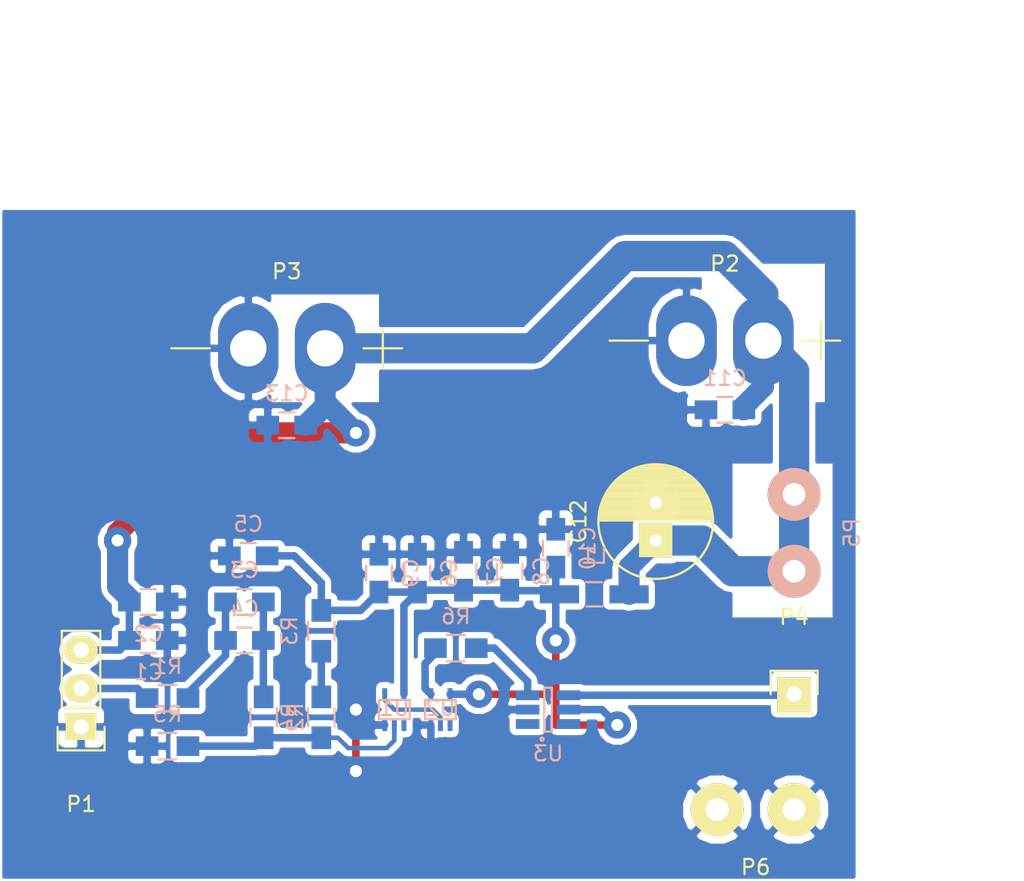
<source format=kicad_pcb>
(kicad_pcb (version 4) (host pcbnew 4.0.4-1.fc24-product)

  (general
    (links 52)
    (no_connects 0)
    (area 41.656 5.936 113.006 63.813)
    (thickness 1.6)
    (drawings 2)
    (tracks 103)
    (zones 0)
    (modules 29)
    (nets 15)
  )

  (page A4)
  (layers
    (0 F.Cu signal)
    (31 B.Cu signal)
    (32 B.Adhes user)
    (33 F.Adhes user)
    (34 B.Paste user)
    (35 F.Paste user)
    (36 B.SilkS user)
    (37 F.SilkS user)
    (38 B.Mask user)
    (39 F.Mask user)
    (40 Dwgs.User user)
    (41 Cmts.User user)
    (42 Eco1.User user)
    (43 Eco2.User user)
    (44 Edge.Cuts user)
    (45 Margin user)
    (46 B.CrtYd user)
    (47 F.CrtYd user)
    (48 B.Fab user)
    (49 F.Fab user)
  )

  (setup
    (last_trace_width 0.5)
    (trace_clearance 0.2)
    (zone_clearance 0.4)
    (zone_45_only yes)
    (trace_min 0.2)
    (segment_width 0.2)
    (edge_width 0.15)
    (via_size 1.8)
    (via_drill 0.8)
    (via_min_size 0.4)
    (via_min_drill 0.3)
    (uvia_size 0.3)
    (uvia_drill 0.1)
    (uvias_allowed no)
    (uvia_min_size 0.2)
    (uvia_min_drill 0.1)
    (pcb_text_width 0.3)
    (pcb_text_size 1.5 1.5)
    (mod_edge_width 0.15)
    (mod_text_size 1 1)
    (mod_text_width 0.15)
    (pad_size 2.2 1.8)
    (pad_drill 1.016)
    (pad_to_mask_clearance 0.2)
    (aux_axis_origin 0 0)
    (visible_elements FFFFFF7F)
    (pcbplotparams
      (layerselection 0x00000_80000000)
      (usegerberextensions false)
      (excludeedgelayer true)
      (linewidth 0.100000)
      (plotframeref false)
      (viasonmask false)
      (mode 1)
      (useauxorigin false)
      (hpglpennumber 1)
      (hpglpenspeed 20)
      (hpglpendiameter 15)
      (hpglpenoverlay 2)
      (psnegative false)
      (psa4output false)
      (plotreference true)
      (plotvalue true)
      (plotinvisibletext false)
      (padsonsilk false)
      (subtractmaskfromsilk false)
      (outputformat 4)
      (mirror false)
      (drillshape 2)
      (scaleselection 1)
      (outputdirectory print/))
  )

  (net 0 "")
  (net 1 +5V)
  (net 2 GND)
  (net 3 "Net-(C3-Pad1)")
  (net 4 "Net-(C3-Pad2)")
  (net 5 DATA)
  (net 6 "Net-(P4-Pad1)")
  (net 7 "Net-(R2-Pad1)")
  (net 8 "Net-(R3-Pad2)")
  (net 9 "Net-(R6-Pad1)")
  (net 10 "Net-(R6-Pad2)")
  (net 11 "Net-(U1-Pad4)")
  (net 12 "Net-(U3-Pad1)")
  (net 13 "Net-(U3-Pad6)")
  (net 14 FilteredSupply)

  (net_class Default "To jest domyślna klasa połączeń."
    (clearance 0.2)
    (trace_width 0.5)
    (via_dia 1.8)
    (via_drill 0.8)
    (uvia_dia 0.3)
    (uvia_drill 0.1)
    (add_net +5V)
    (add_net DATA)
    (add_net FilteredSupply)
    (add_net GND)
    (add_net "Net-(C3-Pad1)")
    (add_net "Net-(C3-Pad2)")
    (add_net "Net-(P4-Pad1)")
    (add_net "Net-(R2-Pad1)")
    (add_net "Net-(R3-Pad2)")
    (add_net "Net-(R6-Pad1)")
    (add_net "Net-(R6-Pad2)")
    (add_net "Net-(U1-Pad4)")
    (add_net "Net-(U3-Pad1)")
    (add_net "Net-(U3-Pad6)")
  )

  (module Capacitors_SMD:C_0805_HandSoldering (layer B.Cu) (tedit 541A9B8D) (tstamp 585F6D6D)
    (at 51.308 47.752)
    (descr "Capacitor SMD 0805, hand soldering")
    (tags "capacitor 0805")
    (path /585D0CCC)
    (attr smd)
    (fp_text reference C1 (at 0 2.1) (layer B.SilkS)
      (effects (font (size 1 1) (thickness 0.15)) (justify mirror))
    )
    (fp_text value 4.7u (at 0 -2.1) (layer B.Fab)
      (effects (font (size 1 1) (thickness 0.15)) (justify mirror))
    )
    (fp_line (start -2.3 1) (end 2.3 1) (layer B.CrtYd) (width 0.05))
    (fp_line (start -2.3 -1) (end 2.3 -1) (layer B.CrtYd) (width 0.05))
    (fp_line (start -2.3 1) (end -2.3 -1) (layer B.CrtYd) (width 0.05))
    (fp_line (start 2.3 1) (end 2.3 -1) (layer B.CrtYd) (width 0.05))
    (fp_line (start 0.5 0.85) (end -0.5 0.85) (layer B.SilkS) (width 0.15))
    (fp_line (start -0.5 -0.85) (end 0.5 -0.85) (layer B.SilkS) (width 0.15))
    (pad 1 smd rect (at -1.25 0) (size 1.5 1.25) (layers B.Cu B.Paste B.Mask)
      (net 1 +5V))
    (pad 2 smd rect (at 1.25 0) (size 1.5 1.25) (layers B.Cu B.Paste B.Mask)
      (net 2 GND))
    (model Capacitors_SMD.3dshapes/C_0805_HandSoldering.wrl
      (at (xyz 0 0 0))
      (scale (xyz 1 1 1))
      (rotate (xyz 0 0 0))
    )
  )

  (module Capacitors_SMD:C_0805_HandSoldering (layer B.Cu) (tedit 541A9B8D) (tstamp 585F6D79)
    (at 51.308 45.212)
    (descr "Capacitor SMD 0805, hand soldering")
    (tags "capacitor 0805")
    (path /585D0D5A)
    (attr smd)
    (fp_text reference C2 (at 0 2.1) (layer B.SilkS)
      (effects (font (size 1 1) (thickness 0.15)) (justify mirror))
    )
    (fp_text value 100n (at 0 -2.1) (layer B.Fab)
      (effects (font (size 1 1) (thickness 0.15)) (justify mirror))
    )
    (fp_line (start -2.3 1) (end 2.3 1) (layer B.CrtYd) (width 0.05))
    (fp_line (start -2.3 -1) (end 2.3 -1) (layer B.CrtYd) (width 0.05))
    (fp_line (start -2.3 1) (end -2.3 -1) (layer B.CrtYd) (width 0.05))
    (fp_line (start 2.3 1) (end 2.3 -1) (layer B.CrtYd) (width 0.05))
    (fp_line (start 0.5 0.85) (end -0.5 0.85) (layer B.SilkS) (width 0.15))
    (fp_line (start -0.5 -0.85) (end 0.5 -0.85) (layer B.SilkS) (width 0.15))
    (pad 1 smd rect (at -1.25 0) (size 1.5 1.25) (layers B.Cu B.Paste B.Mask)
      (net 1 +5V))
    (pad 2 smd rect (at 1.25 0) (size 1.5 1.25) (layers B.Cu B.Paste B.Mask)
      (net 2 GND))
    (model Capacitors_SMD.3dshapes/C_0805_HandSoldering.wrl
      (at (xyz 0 0 0))
      (scale (xyz 1 1 1))
      (rotate (xyz 0 0 0))
    )
  )

  (module Capacitors_SMD:C_0805_HandSoldering (layer B.Cu) (tedit 541A9B8D) (tstamp 585F6D85)
    (at 57.658 45.212 180)
    (descr "Capacitor SMD 0805, hand soldering")
    (tags "capacitor 0805")
    (path /585D3437)
    (attr smd)
    (fp_text reference C3 (at 0 2.1 180) (layer B.SilkS)
      (effects (font (size 1 1) (thickness 0.15)) (justify mirror))
    )
    (fp_text value 100n (at 0 -2.1 180) (layer B.Fab)
      (effects (font (size 1 1) (thickness 0.15)) (justify mirror))
    )
    (fp_line (start -2.3 1) (end 2.3 1) (layer B.CrtYd) (width 0.05))
    (fp_line (start -2.3 -1) (end 2.3 -1) (layer B.CrtYd) (width 0.05))
    (fp_line (start -2.3 1) (end -2.3 -1) (layer B.CrtYd) (width 0.05))
    (fp_line (start 2.3 1) (end 2.3 -1) (layer B.CrtYd) (width 0.05))
    (fp_line (start 0.5 0.85) (end -0.5 0.85) (layer B.SilkS) (width 0.15))
    (fp_line (start -0.5 -0.85) (end 0.5 -0.85) (layer B.SilkS) (width 0.15))
    (pad 1 smd rect (at -1.25 0 180) (size 1.5 1.25) (layers B.Cu B.Paste B.Mask)
      (net 3 "Net-(C3-Pad1)"))
    (pad 2 smd rect (at 1.25 0 180) (size 1.5 1.25) (layers B.Cu B.Paste B.Mask)
      (net 4 "Net-(C3-Pad2)"))
    (model Capacitors_SMD.3dshapes/C_0805_HandSoldering.wrl
      (at (xyz 0 0 0))
      (scale (xyz 1 1 1))
      (rotate (xyz 0 0 0))
    )
  )

  (module Capacitors_SMD:C_0805_HandSoldering (layer B.Cu) (tedit 541A9B8D) (tstamp 585F6D91)
    (at 57.658 47.752 180)
    (descr "Capacitor SMD 0805, hand soldering")
    (tags "capacitor 0805")
    (path /585D359A)
    (attr smd)
    (fp_text reference C4 (at 0 2.1 180) (layer B.SilkS)
      (effects (font (size 1 1) (thickness 0.15)) (justify mirror))
    )
    (fp_text value "100n (opt)" (at 0 -2.1 180) (layer B.Fab)
      (effects (font (size 1 1) (thickness 0.15)) (justify mirror))
    )
    (fp_line (start -2.3 1) (end 2.3 1) (layer B.CrtYd) (width 0.05))
    (fp_line (start -2.3 -1) (end 2.3 -1) (layer B.CrtYd) (width 0.05))
    (fp_line (start -2.3 1) (end -2.3 -1) (layer B.CrtYd) (width 0.05))
    (fp_line (start 2.3 1) (end 2.3 -1) (layer B.CrtYd) (width 0.05))
    (fp_line (start 0.5 0.85) (end -0.5 0.85) (layer B.SilkS) (width 0.15))
    (fp_line (start -0.5 -0.85) (end 0.5 -0.85) (layer B.SilkS) (width 0.15))
    (pad 1 smd rect (at -1.25 0 180) (size 1.5 1.25) (layers B.Cu B.Paste B.Mask)
      (net 3 "Net-(C3-Pad1)"))
    (pad 2 smd rect (at 1.25 0 180) (size 1.5 1.25) (layers B.Cu B.Paste B.Mask)
      (net 4 "Net-(C3-Pad2)"))
    (model Capacitors_SMD.3dshapes/C_0805_HandSoldering.wrl
      (at (xyz 0 0 0))
      (scale (xyz 1 1 1))
      (rotate (xyz 0 0 0))
    )
  )

  (module Capacitors_SMD:C_0805_HandSoldering (layer B.Cu) (tedit 541A9B8D) (tstamp 585F6D9D)
    (at 57.912 42.164 180)
    (descr "Capacitor SMD 0805, hand soldering")
    (tags "capacitor 0805")
    (path /585D3D31)
    (attr smd)
    (fp_text reference C5 (at 0 2.1 180) (layer B.SilkS)
      (effects (font (size 1 1) (thickness 0.15)) (justify mirror))
    )
    (fp_text value 100n (at 0 -2.1 180) (layer B.Fab)
      (effects (font (size 1 1) (thickness 0.15)) (justify mirror))
    )
    (fp_line (start -2.3 1) (end 2.3 1) (layer B.CrtYd) (width 0.05))
    (fp_line (start -2.3 -1) (end 2.3 -1) (layer B.CrtYd) (width 0.05))
    (fp_line (start -2.3 1) (end -2.3 -1) (layer B.CrtYd) (width 0.05))
    (fp_line (start 2.3 1) (end 2.3 -1) (layer B.CrtYd) (width 0.05))
    (fp_line (start 0.5 0.85) (end -0.5 0.85) (layer B.SilkS) (width 0.15))
    (fp_line (start -0.5 -0.85) (end 0.5 -0.85) (layer B.SilkS) (width 0.15))
    (pad 1 smd rect (at -1.25 0 180) (size 1.5 1.25) (layers B.Cu B.Paste B.Mask)
      (net 14 FilteredSupply))
    (pad 2 smd rect (at 1.25 0 180) (size 1.5 1.25) (layers B.Cu B.Paste B.Mask)
      (net 2 GND))
    (model Capacitors_SMD.3dshapes/C_0805_HandSoldering.wrl
      (at (xyz 0 0 0))
      (scale (xyz 1 1 1))
      (rotate (xyz 0 0 0))
    )
  )

  (module Capacitors_SMD:C_0805_HandSoldering (layer B.Cu) (tedit 541A9B8D) (tstamp 585F6DA9)
    (at 69.088 43.307 90)
    (descr "Capacitor SMD 0805, hand soldering")
    (tags "capacitor 0805")
    (path /585D20EA)
    (attr smd)
    (fp_text reference C6 (at 0 2.1 90) (layer B.SilkS)
      (effects (font (size 1 1) (thickness 0.15)) (justify mirror))
    )
    (fp_text value 100n (at 0 -2.1 90) (layer B.Fab)
      (effects (font (size 1 1) (thickness 0.15)) (justify mirror))
    )
    (fp_line (start -2.3 1) (end 2.3 1) (layer B.CrtYd) (width 0.05))
    (fp_line (start -2.3 -1) (end 2.3 -1) (layer B.CrtYd) (width 0.05))
    (fp_line (start -2.3 1) (end -2.3 -1) (layer B.CrtYd) (width 0.05))
    (fp_line (start 2.3 1) (end 2.3 -1) (layer B.CrtYd) (width 0.05))
    (fp_line (start 0.5 0.85) (end -0.5 0.85) (layer B.SilkS) (width 0.15))
    (fp_line (start -0.5 -0.85) (end 0.5 -0.85) (layer B.SilkS) (width 0.15))
    (pad 1 smd rect (at -1.25 0 90) (size 1.5 1.25) (layers B.Cu B.Paste B.Mask)
      (net 14 FilteredSupply))
    (pad 2 smd rect (at 1.25 0 90) (size 1.5 1.25) (layers B.Cu B.Paste B.Mask)
      (net 2 GND))
    (model Capacitors_SMD.3dshapes/C_0805_HandSoldering.wrl
      (at (xyz 0 0 0))
      (scale (xyz 1 1 1))
      (rotate (xyz 0 0 0))
    )
  )

  (module Capacitors_SMD:C_0805_HandSoldering (layer B.Cu) (tedit 541A9B8D) (tstamp 585F6DB5)
    (at 72.136 43.18 90)
    (descr "Capacitor SMD 0805, hand soldering")
    (tags "capacitor 0805")
    (path /585D1963)
    (attr smd)
    (fp_text reference C7 (at 0 2.1 90) (layer B.SilkS)
      (effects (font (size 1 1) (thickness 0.15)) (justify mirror))
    )
    (fp_text value 100n (at 0 -2.1 90) (layer B.Fab)
      (effects (font (size 1 1) (thickness 0.15)) (justify mirror))
    )
    (fp_line (start -2.3 1) (end 2.3 1) (layer B.CrtYd) (width 0.05))
    (fp_line (start -2.3 -1) (end 2.3 -1) (layer B.CrtYd) (width 0.05))
    (fp_line (start -2.3 1) (end -2.3 -1) (layer B.CrtYd) (width 0.05))
    (fp_line (start 2.3 1) (end 2.3 -1) (layer B.CrtYd) (width 0.05))
    (fp_line (start 0.5 0.85) (end -0.5 0.85) (layer B.SilkS) (width 0.15))
    (fp_line (start -0.5 -0.85) (end 0.5 -0.85) (layer B.SilkS) (width 0.15))
    (pad 1 smd rect (at -1.25 0 90) (size 1.5 1.25) (layers B.Cu B.Paste B.Mask)
      (net 14 FilteredSupply))
    (pad 2 smd rect (at 1.25 0 90) (size 1.5 1.25) (layers B.Cu B.Paste B.Mask)
      (net 2 GND))
    (model Capacitors_SMD.3dshapes/C_0805_HandSoldering.wrl
      (at (xyz 0 0 0))
      (scale (xyz 1 1 1))
      (rotate (xyz 0 0 0))
    )
  )

  (module Capacitors_SMD:C_0805_HandSoldering (layer B.Cu) (tedit 541A9B8D) (tstamp 585F6DC1)
    (at 75.184 43.18 90)
    (descr "Capacitor SMD 0805, hand soldering")
    (tags "capacitor 0805")
    (path /585D1AF3)
    (attr smd)
    (fp_text reference C8 (at 0 2.1 90) (layer B.SilkS)
      (effects (font (size 1 1) (thickness 0.15)) (justify mirror))
    )
    (fp_text value 1u (at 0 -2.1 90) (layer B.Fab)
      (effects (font (size 1 1) (thickness 0.15)) (justify mirror))
    )
    (fp_line (start -2.3 1) (end 2.3 1) (layer B.CrtYd) (width 0.05))
    (fp_line (start -2.3 -1) (end 2.3 -1) (layer B.CrtYd) (width 0.05))
    (fp_line (start -2.3 1) (end -2.3 -1) (layer B.CrtYd) (width 0.05))
    (fp_line (start 2.3 1) (end 2.3 -1) (layer B.CrtYd) (width 0.05))
    (fp_line (start 0.5 0.85) (end -0.5 0.85) (layer B.SilkS) (width 0.15))
    (fp_line (start -0.5 -0.85) (end 0.5 -0.85) (layer B.SilkS) (width 0.15))
    (pad 1 smd rect (at -1.25 0 90) (size 1.5 1.25) (layers B.Cu B.Paste B.Mask)
      (net 14 FilteredSupply))
    (pad 2 smd rect (at 1.25 0 90) (size 1.5 1.25) (layers B.Cu B.Paste B.Mask)
      (net 2 GND))
    (model Capacitors_SMD.3dshapes/C_0805_HandSoldering.wrl
      (at (xyz 0 0 0))
      (scale (xyz 1 1 1))
      (rotate (xyz 0 0 0))
    )
  )

  (module Capacitors_SMD:C_0805_HandSoldering (layer B.Cu) (tedit 541A9B8D) (tstamp 585F6DCD)
    (at 66.548 43.307 90)
    (descr "Capacitor SMD 0805, hand soldering")
    (tags "capacitor 0805")
    (path /585D215C)
    (attr smd)
    (fp_text reference C9 (at 0 2.1 90) (layer B.SilkS)
      (effects (font (size 1 1) (thickness 0.15)) (justify mirror))
    )
    (fp_text value "1u (opt)" (at 0 -2.1 90) (layer B.Fab)
      (effects (font (size 1 1) (thickness 0.15)) (justify mirror))
    )
    (fp_line (start -2.3 1) (end 2.3 1) (layer B.CrtYd) (width 0.05))
    (fp_line (start -2.3 -1) (end 2.3 -1) (layer B.CrtYd) (width 0.05))
    (fp_line (start -2.3 1) (end -2.3 -1) (layer B.CrtYd) (width 0.05))
    (fp_line (start 2.3 1) (end 2.3 -1) (layer B.CrtYd) (width 0.05))
    (fp_line (start 0.5 0.85) (end -0.5 0.85) (layer B.SilkS) (width 0.15))
    (fp_line (start -0.5 -0.85) (end 0.5 -0.85) (layer B.SilkS) (width 0.15))
    (pad 1 smd rect (at -1.25 0 90) (size 1.5 1.25) (layers B.Cu B.Paste B.Mask)
      (net 14 FilteredSupply))
    (pad 2 smd rect (at 1.25 0 90) (size 1.5 1.25) (layers B.Cu B.Paste B.Mask)
      (net 2 GND))
    (model Capacitors_SMD.3dshapes/C_0805_HandSoldering.wrl
      (at (xyz 0 0 0))
      (scale (xyz 1 1 1))
      (rotate (xyz 0 0 0))
    )
  )

  (module Choke_SMD:Choke_SMD_1206_Handsoldering (layer B.Cu) (tedit 0) (tstamp 585F6E41)
    (at 80.772 44.704 180)
    (descr "Choke, Drossel, SMD, 1206, Handsoldering,")
    (tags "Choke, Drossel, SMD, 1206, Handsoldering,")
    (path /585D1BB6)
    (attr smd)
    (fp_text reference L1 (at 0 2.54 180) (layer B.SilkS)
      (effects (font (size 1 1) (thickness 0.15)) (justify mirror))
    )
    (fp_text value bead (at 0 -2.54 180) (layer B.Fab)
      (effects (font (size 1 1) (thickness 0.15)) (justify mirror))
    )
    (fp_line (start -0.55118 -0.8001) (end 0.50038 -0.8001) (layer B.SilkS) (width 0.15))
    (fp_line (start 0.55118 0.8001) (end -0.50038 0.8001) (layer B.SilkS) (width 0.15))
    (pad 1 smd rect (at -2.30124 0 180) (size 2.59842 1.19888) (layers B.Cu B.Paste B.Mask)
      (net 1 +5V))
    (pad 2 smd rect (at 2.30124 0 180) (size 2.60096 1.19888) (layers B.Cu B.Paste B.Mask)
      (net 14 FilteredSupply))
  )

  (module Pin_Headers:Pin_Header_Straight_1x03 (layer F.Cu) (tedit 585D33F3) (tstamp 585F6E53)
    (at 46.863 53.467 180)
    (descr "Through hole pin header")
    (tags "pin header")
    (path /585D0C08)
    (fp_text reference P1 (at 0 -5.1 180) (layer F.SilkS)
      (effects (font (size 1 1) (thickness 0.15)))
    )
    (fp_text value stm32f103 (at 0 -3.1 180) (layer F.Fab)
      (effects (font (size 1 1) (thickness 0.15)))
    )
    (fp_line (start -1.75 -1.75) (end -1.75 6.85) (layer F.CrtYd) (width 0.05))
    (fp_line (start 1.75 -1.75) (end 1.75 6.85) (layer F.CrtYd) (width 0.05))
    (fp_line (start -1.75 -1.75) (end 1.75 -1.75) (layer F.CrtYd) (width 0.05))
    (fp_line (start -1.75 6.85) (end 1.75 6.85) (layer F.CrtYd) (width 0.05))
    (fp_line (start -1.27 1.27) (end -1.27 6.35) (layer F.SilkS) (width 0.15))
    (fp_line (start -1.27 6.35) (end 1.27 6.35) (layer F.SilkS) (width 0.15))
    (fp_line (start 1.27 6.35) (end 1.27 1.27) (layer F.SilkS) (width 0.15))
    (fp_line (start 1.55 -1.55) (end 1.55 0) (layer F.SilkS) (width 0.15))
    (fp_line (start 1.27 1.27) (end -1.27 1.27) (layer F.SilkS) (width 0.15))
    (fp_line (start -1.55 0) (end -1.55 -1.55) (layer F.SilkS) (width 0.15))
    (fp_line (start -1.55 -1.55) (end 1.55 -1.55) (layer F.SilkS) (width 0.15))
    (pad 1 thru_hole rect (at 0 0 180) (size 2.032 1.7272) (drill 1.016) (layers *.Cu *.Mask F.SilkS)
      (net 2 GND))
    (pad 2 thru_hole oval (at 0 2.54 180) (size 2.2 1.8) (drill 1.016) (layers *.Cu *.Mask F.SilkS)
      (net 5 DATA))
    (pad 3 thru_hole oval (at 0 5.08 180) (size 2.2 1.8) (drill 1.016) (layers *.Cu *.Mask F.SilkS)
      (net 1 +5V))
    (model Pin_Headers.3dshapes/Pin_Header_Straight_1x03.wrl
      (at (xyz 0 -0.1 0))
      (scale (xyz 1 1 1))
      (rotate (xyz 0 0 90))
    )
  )

  (module CustomFootprints:SupplySocket (layer F.Cu) (tedit 585D16CD) (tstamp 585F6E5D)
    (at 89.408 27.94 180)
    (path /585D4615)
    (fp_text reference P2 (at 0 5.08 180) (layer F.SilkS)
      (effects (font (size 1 1) (thickness 0.15)))
    )
    (fp_text value SUPPLY_IN (at 0 -4.445 180) (layer F.Fab)
      (effects (font (size 1 1) (thickness 0.15)))
    )
    (fp_line (start 5.08 0) (end 6.35 0) (layer F.SilkS) (width 0.15))
    (fp_line (start 6.35 0) (end 7.62 0) (layer F.SilkS) (width 0.15))
    (fp_line (start -6.35 -1.27) (end -6.35 1.27) (layer F.SilkS) (width 0.15))
    (fp_line (start -7.62 0) (end -5.08 0) (layer F.SilkS) (width 0.15))
    (pad 1 thru_hole oval (at -2.54 0 180) (size 4 6) (drill 2.4) (layers *.Cu *.Mask)
      (net 1 +5V))
    (pad 2 thru_hole oval (at 2.54 0 180) (size 4 6) (drill 2.4) (layers *.Cu *.Mask)
      (net 2 GND))
    (model Pin_Headers.3dshapes/Pin_Header_Straight_1x02.wrl
      (at (xyz 0 0 0))
      (scale (xyz 2 2 1.5))
      (rotate (xyz 0 0 0))
    )
  )

  (module CustomFootprints:SupplySocket (layer F.Cu) (tedit 585D16CD) (tstamp 585F6E67)
    (at 60.452 28.448 180)
    (path /585D4957)
    (fp_text reference P3 (at 0 5.08 180) (layer F.SilkS)
      (effects (font (size 1 1) (thickness 0.15)))
    )
    (fp_text value SUPPLY_IN (at 0 -4.445 180) (layer F.Fab)
      (effects (font (size 1 1) (thickness 0.15)))
    )
    (fp_line (start 5.08 0) (end 6.35 0) (layer F.SilkS) (width 0.15))
    (fp_line (start 6.35 0) (end 7.62 0) (layer F.SilkS) (width 0.15))
    (fp_line (start -6.35 -1.27) (end -6.35 1.27) (layer F.SilkS) (width 0.15))
    (fp_line (start -7.62 0) (end -5.08 0) (layer F.SilkS) (width 0.15))
    (pad 1 thru_hole oval (at -2.54 0 180) (size 4 6) (drill 2.4) (layers *.Cu *.Mask)
      (net 1 +5V))
    (pad 2 thru_hole oval (at 2.54 0 180) (size 4 6) (drill 2.4) (layers *.Cu *.Mask)
      (net 2 GND))
    (model Pin_Headers.3dshapes/Pin_Header_Straight_1x02.wrl
      (at (xyz 0 0 0))
      (scale (xyz 2 2 1.5))
      (rotate (xyz 0 0 0))
    )
  )

  (module Pin_Headers:Pin_Header_Straight_1x01 (layer F.Cu) (tedit 54EA08DC) (tstamp 585F6E74)
    (at 93.98 51.308)
    (descr "Through hole pin header")
    (tags "pin header")
    (path /585D77B0)
    (fp_text reference P4 (at 0 -5.1) (layer F.SilkS)
      (effects (font (size 1 1) (thickness 0.15)))
    )
    (fp_text value WS281xDIN (at 0 -3.1) (layer F.Fab)
      (effects (font (size 1 1) (thickness 0.15)))
    )
    (fp_line (start 1.55 -1.55) (end 1.55 0) (layer F.SilkS) (width 0.15))
    (fp_line (start -1.75 -1.75) (end -1.75 1.75) (layer F.CrtYd) (width 0.05))
    (fp_line (start 1.75 -1.75) (end 1.75 1.75) (layer F.CrtYd) (width 0.05))
    (fp_line (start -1.75 -1.75) (end 1.75 -1.75) (layer F.CrtYd) (width 0.05))
    (fp_line (start -1.75 1.75) (end 1.75 1.75) (layer F.CrtYd) (width 0.05))
    (fp_line (start -1.55 0) (end -1.55 -1.55) (layer F.SilkS) (width 0.15))
    (fp_line (start -1.55 -1.55) (end 1.55 -1.55) (layer F.SilkS) (width 0.15))
    (fp_line (start -1.27 1.27) (end 1.27 1.27) (layer F.SilkS) (width 0.15))
    (pad 1 thru_hole rect (at 0 0) (size 2.2352 2.2352) (drill 1.016) (layers *.Cu *.Mask F.SilkS)
      (net 6 "Net-(P4-Pad1)"))
    (model Pin_Headers.3dshapes/Pin_Header_Straight_1x01.wrl
      (at (xyz 0 0 0))
      (scale (xyz 1 1 1))
      (rotate (xyz 0 0 90))
    )
  )

  (module Wire_Pads:SolderWirePad_2x_1-5mmDrill (layer B.Cu) (tedit 0) (tstamp 585F6E7A)
    (at 93.98 40.64 90)
    (path /585D8622)
    (fp_text reference P5 (at 0 3.81 90) (layer B.SilkS)
      (effects (font (size 1 1) (thickness 0.15)) (justify mirror))
    )
    (fp_text value WS281x_5V (at 0.635 -3.81 90) (layer B.Fab)
      (effects (font (size 1 1) (thickness 0.15)) (justify mirror))
    )
    (pad 1 thru_hole circle (at -2.54 0 90) (size 3.50012 3.50012) (drill 1.50114) (layers *.Cu *.Mask B.SilkS)
      (net 1 +5V))
    (pad 1 thru_hole circle (at 2.54 0 90) (size 3.50012 3.50012) (drill 1.50114) (layers *.Cu *.Mask B.SilkS)
      (net 1 +5V))
  )

  (module Wire_Pads:SolderWirePad_2x_1-5mmDrill (layer F.Cu) (tedit 0) (tstamp 585F6E80)
    (at 91.44 58.928 180)
    (path /585D8B54)
    (fp_text reference P6 (at 0 -3.81 180) (layer F.SilkS)
      (effects (font (size 1 1) (thickness 0.15)))
    )
    (fp_text value WS281x_GND (at 0.635 3.81 180) (layer F.Fab)
      (effects (font (size 1 1) (thickness 0.15)))
    )
    (pad 1 thru_hole circle (at -2.54 0 180) (size 3.50012 3.50012) (drill 1.50114) (layers *.Cu *.Mask F.SilkS)
      (net 2 GND))
    (pad 1 thru_hole circle (at 2.54 0 180) (size 3.50012 3.50012) (drill 1.50114) (layers *.Cu *.Mask F.SilkS)
      (net 2 GND))
  )

  (module Resistors_SMD:R_0805_HandSoldering (layer B.Cu) (tedit 54189DEE) (tstamp 585F6E8C)
    (at 52.578 51.562 180)
    (descr "Resistor SMD 0805, hand soldering")
    (tags "resistor 0805")
    (path /585D42B7)
    (attr smd)
    (fp_text reference R1 (at 0 2.1 180) (layer B.SilkS)
      (effects (font (size 1 1) (thickness 0.15)) (justify mirror))
    )
    (fp_text value 47 (at 0 -2.1 180) (layer B.Fab)
      (effects (font (size 1 1) (thickness 0.15)) (justify mirror))
    )
    (fp_line (start -2.4 1) (end 2.4 1) (layer B.CrtYd) (width 0.05))
    (fp_line (start -2.4 -1) (end 2.4 -1) (layer B.CrtYd) (width 0.05))
    (fp_line (start -2.4 1) (end -2.4 -1) (layer B.CrtYd) (width 0.05))
    (fp_line (start 2.4 1) (end 2.4 -1) (layer B.CrtYd) (width 0.05))
    (fp_line (start 0.6 -0.875) (end -0.6 -0.875) (layer B.SilkS) (width 0.15))
    (fp_line (start -0.6 0.875) (end 0.6 0.875) (layer B.SilkS) (width 0.15))
    (pad 1 smd rect (at -1.35 0 180) (size 1.5 1.3) (layers B.Cu B.Paste B.Mask)
      (net 4 "Net-(C3-Pad2)"))
    (pad 2 smd rect (at 1.35 0 180) (size 1.5 1.3) (layers B.Cu B.Paste B.Mask)
      (net 5 DATA))
    (model Resistors_SMD.3dshapes/R_0805_HandSoldering.wrl
      (at (xyz 0 0 0))
      (scale (xyz 1 1 1))
      (rotate (xyz 0 0 0))
    )
  )

  (module Resistors_SMD:R_0805_HandSoldering (layer B.Cu) (tedit 54189DEE) (tstamp 585F6E98)
    (at 58.928 52.832 90)
    (descr "Resistor SMD 0805, hand soldering")
    (tags "resistor 0805")
    (path /585D3162)
    (attr smd)
    (fp_text reference R2 (at 0 2.1 90) (layer B.SilkS)
      (effects (font (size 1 1) (thickness 0.15)) (justify mirror))
    )
    (fp_text value 100 (at 0 -2.1 90) (layer B.Fab)
      (effects (font (size 1 1) (thickness 0.15)) (justify mirror))
    )
    (fp_line (start -2.4 1) (end 2.4 1) (layer B.CrtYd) (width 0.05))
    (fp_line (start -2.4 -1) (end 2.4 -1) (layer B.CrtYd) (width 0.05))
    (fp_line (start -2.4 1) (end -2.4 -1) (layer B.CrtYd) (width 0.05))
    (fp_line (start 2.4 1) (end 2.4 -1) (layer B.CrtYd) (width 0.05))
    (fp_line (start 0.6 -0.875) (end -0.6 -0.875) (layer B.SilkS) (width 0.15))
    (fp_line (start -0.6 0.875) (end 0.6 0.875) (layer B.SilkS) (width 0.15))
    (pad 1 smd rect (at -1.35 0 90) (size 1.5 1.3) (layers B.Cu B.Paste B.Mask)
      (net 7 "Net-(R2-Pad1)"))
    (pad 2 smd rect (at 1.35 0 90) (size 1.5 1.3) (layers B.Cu B.Paste B.Mask)
      (net 3 "Net-(C3-Pad1)"))
    (model Resistors_SMD.3dshapes/R_0805_HandSoldering.wrl
      (at (xyz 0 0 0))
      (scale (xyz 1 1 1))
      (rotate (xyz 0 0 0))
    )
  )

  (module Resistors_SMD:R_0805_HandSoldering (layer B.Cu) (tedit 54189DEE) (tstamp 585F6EA4)
    (at 62.738 47.117 270)
    (descr "Resistor SMD 0805, hand soldering")
    (tags "resistor 0805")
    (path /585D2FFA)
    (attr smd)
    (fp_text reference R3 (at 0 2.1 270) (layer B.SilkS)
      (effects (font (size 1 1) (thickness 0.15)) (justify mirror))
    )
    (fp_text value 10k (at 0 -2.1 270) (layer B.Fab)
      (effects (font (size 1 1) (thickness 0.15)) (justify mirror))
    )
    (fp_line (start -2.4 1) (end 2.4 1) (layer B.CrtYd) (width 0.05))
    (fp_line (start -2.4 -1) (end 2.4 -1) (layer B.CrtYd) (width 0.05))
    (fp_line (start -2.4 1) (end -2.4 -1) (layer B.CrtYd) (width 0.05))
    (fp_line (start 2.4 1) (end 2.4 -1) (layer B.CrtYd) (width 0.05))
    (fp_line (start 0.6 -0.875) (end -0.6 -0.875) (layer B.SilkS) (width 0.15))
    (fp_line (start -0.6 0.875) (end 0.6 0.875) (layer B.SilkS) (width 0.15))
    (pad 1 smd rect (at -1.35 0 270) (size 1.5 1.3) (layers B.Cu B.Paste B.Mask)
      (net 14 FilteredSupply))
    (pad 2 smd rect (at 1.35 0 270) (size 1.5 1.3) (layers B.Cu B.Paste B.Mask)
      (net 8 "Net-(R3-Pad2)"))
    (model Resistors_SMD.3dshapes/R_0805_HandSoldering.wrl
      (at (xyz 0 0 0))
      (scale (xyz 1 1 1))
      (rotate (xyz 0 0 0))
    )
  )

  (module Resistors_SMD:R_0805_HandSoldering (layer B.Cu) (tedit 54189DEE) (tstamp 585F6EB0)
    (at 62.738 52.832 270)
    (descr "Resistor SMD 0805, hand soldering")
    (tags "resistor 0805")
    (path /585D2F0E)
    (attr smd)
    (fp_text reference R4 (at 0 2.1 270) (layer B.SilkS)
      (effects (font (size 1 1) (thickness 0.15)) (justify mirror))
    )
    (fp_text value 10k (at 0 -2.1 270) (layer B.Fab)
      (effects (font (size 1 1) (thickness 0.15)) (justify mirror))
    )
    (fp_line (start -2.4 1) (end 2.4 1) (layer B.CrtYd) (width 0.05))
    (fp_line (start -2.4 -1) (end 2.4 -1) (layer B.CrtYd) (width 0.05))
    (fp_line (start -2.4 1) (end -2.4 -1) (layer B.CrtYd) (width 0.05))
    (fp_line (start 2.4 1) (end 2.4 -1) (layer B.CrtYd) (width 0.05))
    (fp_line (start 0.6 -0.875) (end -0.6 -0.875) (layer B.SilkS) (width 0.15))
    (fp_line (start -0.6 0.875) (end 0.6 0.875) (layer B.SilkS) (width 0.15))
    (pad 1 smd rect (at -1.35 0 270) (size 1.5 1.3) (layers B.Cu B.Paste B.Mask)
      (net 8 "Net-(R3-Pad2)"))
    (pad 2 smd rect (at 1.35 0 270) (size 1.5 1.3) (layers B.Cu B.Paste B.Mask)
      (net 7 "Net-(R2-Pad1)"))
    (model Resistors_SMD.3dshapes/R_0805_HandSoldering.wrl
      (at (xyz 0 0 0))
      (scale (xyz 1 1 1))
      (rotate (xyz 0 0 0))
    )
  )

  (module Resistors_SMD:R_0805_HandSoldering (layer B.Cu) (tedit 54189DEE) (tstamp 585F6EBC)
    (at 52.578 54.737 180)
    (descr "Resistor SMD 0805, hand soldering")
    (tags "resistor 0805")
    (path /585D2D3F)
    (attr smd)
    (fp_text reference R5 (at 0 2.1 180) (layer B.SilkS)
      (effects (font (size 1 1) (thickness 0.15)) (justify mirror))
    )
    (fp_text value 10k (at 0 -2.1 180) (layer B.Fab)
      (effects (font (size 1 1) (thickness 0.15)) (justify mirror))
    )
    (fp_line (start -2.4 1) (end 2.4 1) (layer B.CrtYd) (width 0.05))
    (fp_line (start -2.4 -1) (end 2.4 -1) (layer B.CrtYd) (width 0.05))
    (fp_line (start -2.4 1) (end -2.4 -1) (layer B.CrtYd) (width 0.05))
    (fp_line (start 2.4 1) (end 2.4 -1) (layer B.CrtYd) (width 0.05))
    (fp_line (start 0.6 -0.875) (end -0.6 -0.875) (layer B.SilkS) (width 0.15))
    (fp_line (start -0.6 0.875) (end 0.6 0.875) (layer B.SilkS) (width 0.15))
    (pad 1 smd rect (at -1.35 0 180) (size 1.5 1.3) (layers B.Cu B.Paste B.Mask)
      (net 7 "Net-(R2-Pad1)"))
    (pad 2 smd rect (at 1.35 0 180) (size 1.5 1.3) (layers B.Cu B.Paste B.Mask)
      (net 2 GND))
    (model Resistors_SMD.3dshapes/R_0805_HandSoldering.wrl
      (at (xyz 0 0 0))
      (scale (xyz 1 1 1))
      (rotate (xyz 0 0 0))
    )
  )

  (module Resistors_SMD:R_0805_HandSoldering (layer B.Cu) (tedit 54189DEE) (tstamp 585F6EC8)
    (at 71.628 48.26 180)
    (descr "Resistor SMD 0805, hand soldering")
    (tags "resistor 0805")
    (path /585D4FA3)
    (attr smd)
    (fp_text reference R6 (at 0 2.1 180) (layer B.SilkS)
      (effects (font (size 1 1) (thickness 0.15)) (justify mirror))
    )
    (fp_text value 470 (at 0 -2.1 180) (layer B.Fab)
      (effects (font (size 1 1) (thickness 0.15)) (justify mirror))
    )
    (fp_line (start -2.4 1) (end 2.4 1) (layer B.CrtYd) (width 0.05))
    (fp_line (start -2.4 -1) (end 2.4 -1) (layer B.CrtYd) (width 0.05))
    (fp_line (start -2.4 1) (end -2.4 -1) (layer B.CrtYd) (width 0.05))
    (fp_line (start 2.4 1) (end 2.4 -1) (layer B.CrtYd) (width 0.05))
    (fp_line (start 0.6 -0.875) (end -0.6 -0.875) (layer B.SilkS) (width 0.15))
    (fp_line (start -0.6 0.875) (end 0.6 0.875) (layer B.SilkS) (width 0.15))
    (pad 1 smd rect (at -1.35 0 180) (size 1.5 1.3) (layers B.Cu B.Paste B.Mask)
      (net 9 "Net-(R6-Pad1)"))
    (pad 2 smd rect (at 1.35 0 180) (size 1.5 1.3) (layers B.Cu B.Paste B.Mask)
      (net 10 "Net-(R6-Pad2)"))
    (model Resistors_SMD.3dshapes/R_0805_HandSoldering.wrl
      (at (xyz 0 0 0))
      (scale (xyz 1 1 1))
      (rotate (xyz 0 0 0))
    )
  )

  (module CustomFootprints:SOT-353 (layer B.Cu) (tedit 585D1061) (tstamp 585F6ED5)
    (at 67.564 52.324 90)
    (descr SOT353)
    (path /585D1337)
    (attr smd)
    (fp_text reference U1 (at 0.09906 0 360) (layer B.SilkS)
      (effects (font (size 1 1) (thickness 0.15)) (justify mirror))
    )
    (fp_text value 74AHC1G04 (at 0.09906 0 360) (layer B.Fab)
      (effects (font (size 1 1) (thickness 0.15)) (justify mirror))
    )
    (fp_line (start 0.635 -1.016) (end 0.635 1.016) (layer B.SilkS) (width 0.15))
    (fp_line (start 0.635 1.016) (end -0.635 1.016) (layer B.SilkS) (width 0.15))
    (fp_line (start -0.635 1.016) (end -0.635 -1.016) (layer B.SilkS) (width 0.15))
    (fp_line (start -0.635 -1.016) (end 0.635 -1.016) (layer B.SilkS) (width 0.15))
    (pad 1 smd rect (at -1.016 0.635 90) (size 0.8 0.33) (layers B.Cu B.Paste B.Mask))
    (pad 3 smd rect (at -1.016 -0.635 90) (size 0.8 0.33) (layers B.Cu B.Paste B.Mask)
      (net 2 GND))
    (pad 5 smd rect (at 1.016 0.635 90) (size 0.8 0.33) (layers B.Cu B.Paste B.Mask)
      (net 14 FilteredSupply))
    (pad 2 smd rect (at -1.016 0 90) (size 0.8 0.33) (layers B.Cu B.Paste B.Mask)
      (net 7 "Net-(R2-Pad1)"))
    (pad 4 smd rect (at 1.016 -0.635 90) (size 0.8 0.33) (layers B.Cu B.Paste B.Mask)
      (net 11 "Net-(U1-Pad4)"))
    (model TO_SOT_Packages_SMD.3dshapes/SOT-353.wrl
      (at (xyz 0 0 0))
      (scale (xyz 0.07000000000000001 0.09 0.08))
      (rotate (xyz 0 0 90))
    )
  )

  (module CustomFootprints:SOT-353 (layer B.Cu) (tedit 585D1061) (tstamp 585F6EE2)
    (at 70.612 52.324 90)
    (descr SOT353)
    (path /585D185D)
    (attr smd)
    (fp_text reference U2 (at 0.09906 0 360) (layer B.SilkS)
      (effects (font (size 1 1) (thickness 0.15)) (justify mirror))
    )
    (fp_text value 74AHC1G04 (at 0.09906 0 360) (layer B.Fab)
      (effects (font (size 1 1) (thickness 0.15)) (justify mirror))
    )
    (fp_line (start 0.635 -1.016) (end 0.635 1.016) (layer B.SilkS) (width 0.15))
    (fp_line (start 0.635 1.016) (end -0.635 1.016) (layer B.SilkS) (width 0.15))
    (fp_line (start -0.635 1.016) (end -0.635 -1.016) (layer B.SilkS) (width 0.15))
    (fp_line (start -0.635 -1.016) (end 0.635 -1.016) (layer B.SilkS) (width 0.15))
    (pad 1 smd rect (at -1.016 0.635 90) (size 0.8 0.33) (layers B.Cu B.Paste B.Mask))
    (pad 3 smd rect (at -1.016 -0.635 90) (size 0.8 0.33) (layers B.Cu B.Paste B.Mask)
      (net 2 GND))
    (pad 5 smd rect (at 1.016 0.635 90) (size 0.8 0.33) (layers B.Cu B.Paste B.Mask)
      (net 14 FilteredSupply))
    (pad 2 smd rect (at -1.016 0 90) (size 0.8 0.33) (layers B.Cu B.Paste B.Mask)
      (net 11 "Net-(U1-Pad4)"))
    (pad 4 smd rect (at 1.016 -0.635 90) (size 0.8 0.33) (layers B.Cu B.Paste B.Mask)
      (net 10 "Net-(R6-Pad2)"))
    (model TO_SOT_Packages_SMD.3dshapes/SOT-353.wrl
      (at (xyz 0 0 0))
      (scale (xyz 0.07000000000000001 0.09 0.08))
      (rotate (xyz 0 0 90))
    )
  )

  (module TO_SOT_Packages_SMD:SOT-23-6_Handsoldering (layer B.Cu) (tedit 57267254) (tstamp 585F6EF5)
    (at 77.724 52.324)
    (descr "6-pin SOT-23 package, Handsoldering")
    (tags "SOT-23-6 Handsoldering")
    (path /585D6865)
    (attr smd)
    (fp_text reference U3 (at 0 2.9) (layer B.SilkS)
      (effects (font (size 1 1) (thickness 0.15)) (justify mirror))
    )
    (fp_text value USBLC6-2 (at 0 -2.9) (layer B.Fab)
      (effects (font (size 1 1) (thickness 0.15)) (justify mirror))
    )
    (fp_line (start -2.4 -1.7) (end -2.4 1.7) (layer B.CrtYd) (width 0.05))
    (fp_line (start 2.4 -1.7) (end -2.4 -1.7) (layer B.CrtYd) (width 0.05))
    (fp_line (start 2.4 1.7) (end 2.4 -1.7) (layer B.CrtYd) (width 0.05))
    (fp_line (start -2.4 1.7) (end 2.4 1.7) (layer B.CrtYd) (width 0.05))
    (fp_circle (center -0.4 1.95) (end -0.3 1.95) (layer B.SilkS) (width 0.15))
    (fp_line (start 0.25 1.45) (end -0.25 1.45) (layer B.SilkS) (width 0.15))
    (fp_line (start 0.25 -1.45) (end 0.25 1.45) (layer B.SilkS) (width 0.15))
    (fp_line (start -0.25 -1.45) (end 0.25 -1.45) (layer B.SilkS) (width 0.15))
    (fp_line (start -0.25 1.45) (end -0.25 -1.45) (layer B.SilkS) (width 0.15))
    (pad 1 smd rect (at -1.35 0.95) (size 1.56 0.65) (layers B.Cu B.Paste B.Mask)
      (net 12 "Net-(U3-Pad1)"))
    (pad 2 smd rect (at -1.35 0) (size 1.56 0.65) (layers B.Cu B.Paste B.Mask)
      (net 2 GND))
    (pad 3 smd rect (at -1.35 -0.95) (size 1.56 0.65) (layers B.Cu B.Paste B.Mask)
      (net 9 "Net-(R6-Pad1)"))
    (pad 4 smd rect (at 1.35 -0.95) (size 1.56 0.65) (layers B.Cu B.Paste B.Mask)
      (net 6 "Net-(P4-Pad1)"))
    (pad 6 smd rect (at 1.35 0.95) (size 1.56 0.65) (layers B.Cu B.Paste B.Mask)
      (net 13 "Net-(U3-Pad6)"))
    (pad 5 smd rect (at 1.35 0) (size 1.56 0.65) (layers B.Cu B.Paste B.Mask)
      (net 14 FilteredSupply))
    (model TO_SOT_Packages_SMD.3dshapes/SOT-23-6.wrl
      (at (xyz 0 0 0))
      (scale (xyz 1 1 1))
      (rotate (xyz 0 0 0))
    )
  )

  (module Capacitors_ThroughHole:C_Radial_D7.5_L11.2_P2.5 (layer F.Cu) (tedit 585D2E71) (tstamp 585F9729)
    (at 84.836 41.148 90)
    (descr "Radial Electrolytic Capacitor Diameter 7.5mm x Length 11.2mm, Pitch 2.5mm")
    (tags "Electrolytic Capacitor")
    (path /585D56ED)
    (fp_text reference C12 (at 1.25 -5.1 90) (layer F.SilkS)
      (effects (font (size 1 1) (thickness 0.15)))
    )
    (fp_text value 470u (at 1.25 5.1 90) (layer F.Fab)
      (effects (font (size 1 1) (thickness 0.15)))
    )
    (fp_line (start 1.325 -3.749) (end 1.325 3.749) (layer F.SilkS) (width 0.15))
    (fp_line (start 1.465 -3.744) (end 1.465 3.744) (layer F.SilkS) (width 0.15))
    (fp_line (start 1.605 -3.733) (end 1.605 -0.446) (layer F.SilkS) (width 0.15))
    (fp_line (start 1.605 0.446) (end 1.605 3.733) (layer F.SilkS) (width 0.15))
    (fp_line (start 1.745 -3.717) (end 1.745 -0.656) (layer F.SilkS) (width 0.15))
    (fp_line (start 1.745 0.656) (end 1.745 3.717) (layer F.SilkS) (width 0.15))
    (fp_line (start 1.885 -3.696) (end 1.885 -0.789) (layer F.SilkS) (width 0.15))
    (fp_line (start 1.885 0.789) (end 1.885 3.696) (layer F.SilkS) (width 0.15))
    (fp_line (start 2.025 -3.669) (end 2.025 -0.88) (layer F.SilkS) (width 0.15))
    (fp_line (start 2.025 0.88) (end 2.025 3.669) (layer F.SilkS) (width 0.15))
    (fp_line (start 2.165 -3.637) (end 2.165 -0.942) (layer F.SilkS) (width 0.15))
    (fp_line (start 2.165 0.942) (end 2.165 3.637) (layer F.SilkS) (width 0.15))
    (fp_line (start 2.305 -3.599) (end 2.305 -0.981) (layer F.SilkS) (width 0.15))
    (fp_line (start 2.305 0.981) (end 2.305 3.599) (layer F.SilkS) (width 0.15))
    (fp_line (start 2.445 -3.555) (end 2.445 -0.998) (layer F.SilkS) (width 0.15))
    (fp_line (start 2.445 0.998) (end 2.445 3.555) (layer F.SilkS) (width 0.15))
    (fp_line (start 2.585 -3.504) (end 2.585 -0.996) (layer F.SilkS) (width 0.15))
    (fp_line (start 2.585 0.996) (end 2.585 3.504) (layer F.SilkS) (width 0.15))
    (fp_line (start 2.725 -3.448) (end 2.725 -0.974) (layer F.SilkS) (width 0.15))
    (fp_line (start 2.725 0.974) (end 2.725 3.448) (layer F.SilkS) (width 0.15))
    (fp_line (start 2.865 -3.384) (end 2.865 -0.931) (layer F.SilkS) (width 0.15))
    (fp_line (start 2.865 0.931) (end 2.865 3.384) (layer F.SilkS) (width 0.15))
    (fp_line (start 3.005 -3.314) (end 3.005 -0.863) (layer F.SilkS) (width 0.15))
    (fp_line (start 3.005 0.863) (end 3.005 3.314) (layer F.SilkS) (width 0.15))
    (fp_line (start 3.145 -3.236) (end 3.145 -0.764) (layer F.SilkS) (width 0.15))
    (fp_line (start 3.145 0.764) (end 3.145 3.236) (layer F.SilkS) (width 0.15))
    (fp_line (start 3.285 -3.15) (end 3.285 -0.619) (layer F.SilkS) (width 0.15))
    (fp_line (start 3.285 0.619) (end 3.285 3.15) (layer F.SilkS) (width 0.15))
    (fp_line (start 3.425 -3.055) (end 3.425 -0.38) (layer F.SilkS) (width 0.15))
    (fp_line (start 3.425 0.38) (end 3.425 3.055) (layer F.SilkS) (width 0.15))
    (fp_line (start 3.565 -2.95) (end 3.565 2.95) (layer F.SilkS) (width 0.15))
    (fp_line (start 3.705 -2.835) (end 3.705 2.835) (layer F.SilkS) (width 0.15))
    (fp_line (start 3.845 -2.707) (end 3.845 2.707) (layer F.SilkS) (width 0.15))
    (fp_line (start 3.985 -2.566) (end 3.985 2.566) (layer F.SilkS) (width 0.15))
    (fp_line (start 4.125 -2.408) (end 4.125 2.408) (layer F.SilkS) (width 0.15))
    (fp_line (start 4.265 -2.23) (end 4.265 2.23) (layer F.SilkS) (width 0.15))
    (fp_line (start 4.405 -2.027) (end 4.405 2.027) (layer F.SilkS) (width 0.15))
    (fp_line (start 4.545 -1.79) (end 4.545 1.79) (layer F.SilkS) (width 0.15))
    (fp_line (start 4.685 -1.504) (end 4.685 1.504) (layer F.SilkS) (width 0.15))
    (fp_line (start 4.825 -1.132) (end 4.825 1.132) (layer F.SilkS) (width 0.15))
    (fp_line (start 4.965 -0.511) (end 4.965 0.511) (layer F.SilkS) (width 0.15))
    (fp_circle (center 2.5 0) (end 2.5 -1) (layer F.SilkS) (width 0.15))
    (fp_circle (center 1.25 0) (end 1.25 -3.7875) (layer F.SilkS) (width 0.15))
    (fp_circle (center 1.25 0) (end 1.25 -4.1) (layer F.CrtYd) (width 0.05))
    (pad 2 thru_hole circle (at 2.5 0 90) (size 2.2 2.2) (drill 0.8) (layers *.Cu *.Mask F.SilkS)
      (net 2 GND))
    (pad 1 thru_hole rect (at 0 0 90) (size 2.2 2.2) (drill 0.8) (layers *.Cu *.Mask F.SilkS)
      (net 1 +5V))
    (model Capacitors_ThroughHole.3dshapes/C_Radial_D7.5_L11.2_P2.5.wrl
      (at (xyz 0 0 0))
      (scale (xyz 1 1 1))
      (rotate (xyz 0 0 0))
    )
  )

  (module Capacitors_SMD:C_0805_HandSoldering (layer B.Cu) (tedit 541A9B8D) (tstamp 585F9735)
    (at 60.452 33.528 180)
    (descr "Capacitor SMD 0805, hand soldering")
    (tags "capacitor 0805")
    (path /585D59B4)
    (attr smd)
    (fp_text reference C13 (at 0 2.1 180) (layer B.SilkS)
      (effects (font (size 1 1) (thickness 0.15)) (justify mirror))
    )
    (fp_text value 100n (at 0 -2.1 180) (layer B.Fab)
      (effects (font (size 1 1) (thickness 0.15)) (justify mirror))
    )
    (fp_line (start -2.3 1) (end 2.3 1) (layer B.CrtYd) (width 0.05))
    (fp_line (start -2.3 -1) (end 2.3 -1) (layer B.CrtYd) (width 0.05))
    (fp_line (start -2.3 1) (end -2.3 -1) (layer B.CrtYd) (width 0.05))
    (fp_line (start 2.3 1) (end 2.3 -1) (layer B.CrtYd) (width 0.05))
    (fp_line (start 0.5 0.85) (end -0.5 0.85) (layer B.SilkS) (width 0.15))
    (fp_line (start -0.5 -0.85) (end 0.5 -0.85) (layer B.SilkS) (width 0.15))
    (pad 1 smd rect (at -1.25 0 180) (size 1.5 1.25) (layers B.Cu B.Paste B.Mask)
      (net 1 +5V))
    (pad 2 smd rect (at 1.25 0 180) (size 1.5 1.25) (layers B.Cu B.Paste B.Mask)
      (net 2 GND))
    (model Capacitors_SMD.3dshapes/C_0805_HandSoldering.wrl
      (at (xyz 0 0 0))
      (scale (xyz 1 1 1))
      (rotate (xyz 0 0 0))
    )
  )

  (module Capacitors_SMD:C_0805_HandSoldering (layer B.Cu) (tedit 541A9B8D) (tstamp 585F995D)
    (at 89.408 32.512 180)
    (descr "Capacitor SMD 0805, hand soldering")
    (tags "capacitor 0805")
    (path /585D5888)
    (attr smd)
    (fp_text reference C11 (at 0 2.1 180) (layer B.SilkS)
      (effects (font (size 1 1) (thickness 0.15)) (justify mirror))
    )
    (fp_text value 100n (at 0 -2.1 180) (layer B.Fab)
      (effects (font (size 1 1) (thickness 0.15)) (justify mirror))
    )
    (fp_line (start -2.3 1) (end 2.3 1) (layer B.CrtYd) (width 0.05))
    (fp_line (start -2.3 -1) (end 2.3 -1) (layer B.CrtYd) (width 0.05))
    (fp_line (start -2.3 1) (end -2.3 -1) (layer B.CrtYd) (width 0.05))
    (fp_line (start 2.3 1) (end 2.3 -1) (layer B.CrtYd) (width 0.05))
    (fp_line (start 0.5 0.85) (end -0.5 0.85) (layer B.SilkS) (width 0.15))
    (fp_line (start -0.5 -0.85) (end 0.5 -0.85) (layer B.SilkS) (width 0.15))
    (pad 1 smd rect (at -1.25 0 180) (size 1.5 1.25) (layers B.Cu B.Paste B.Mask)
      (net 1 +5V))
    (pad 2 smd rect (at 1.25 0 180) (size 1.5 1.25) (layers B.Cu B.Paste B.Mask)
      (net 2 GND))
    (model Capacitors_SMD.3dshapes/C_0805_HandSoldering.wrl
      (at (xyz 0 0 0))
      (scale (xyz 1 1 1))
      (rotate (xyz 0 0 0))
    )
  )

  (module Capacitors_SMD:C_0805_HandSoldering (layer B.Cu) (tedit 541A9B8D) (tstamp 585F9A69)
    (at 78.232 41.656 90)
    (descr "Capacitor SMD 0805, hand soldering")
    (tags "capacitor 0805")
    (path /585D700D)
    (attr smd)
    (fp_text reference C10 (at 0 2.1 90) (layer B.SilkS)
      (effects (font (size 1 1) (thickness 0.15)) (justify mirror))
    )
    (fp_text value 100n (at 0 -2.1 90) (layer B.Fab)
      (effects (font (size 1 1) (thickness 0.15)) (justify mirror))
    )
    (fp_line (start -2.3 1) (end 2.3 1) (layer B.CrtYd) (width 0.05))
    (fp_line (start -2.3 -1) (end 2.3 -1) (layer B.CrtYd) (width 0.05))
    (fp_line (start -2.3 1) (end -2.3 -1) (layer B.CrtYd) (width 0.05))
    (fp_line (start 2.3 1) (end 2.3 -1) (layer B.CrtYd) (width 0.05))
    (fp_line (start 0.5 0.85) (end -0.5 0.85) (layer B.SilkS) (width 0.15))
    (fp_line (start -0.5 -0.85) (end 0.5 -0.85) (layer B.SilkS) (width 0.15))
    (pad 1 smd rect (at -1.25 0 90) (size 1.5 1.25) (layers B.Cu B.Paste B.Mask)
      (net 14 FilteredSupply))
    (pad 2 smd rect (at 1.25 0 90) (size 1.5 1.25) (layers B.Cu B.Paste B.Mask)
      (net 2 GND))
    (model Capacitors_SMD.3dshapes/C_0805_HandSoldering.wrl
      (at (xyz 0 0 0))
      (scale (xyz 1 1 1))
      (rotate (xyz 0 0 0))
    )
  )

  (dimension 44.196 (width 0.3) (layer Dwgs.User)
    (gr_text "44,196 mm" (at 106.506 41.402 270) (layer Dwgs.User)
      (effects (font (size 1.5 1.5) (thickness 0.3)))
    )
    (feature1 (pts (xy 98.044 63.5) (xy 107.856 63.5)))
    (feature2 (pts (xy 98.044 19.304) (xy 107.856 19.304)))
    (crossbar (pts (xy 105.156 19.304) (xy 105.156 63.5)))
    (arrow1a (pts (xy 105.156 63.5) (xy 104.569579 62.373496)))
    (arrow1b (pts (xy 105.156 63.5) (xy 105.742421 62.373496)))
    (arrow2a (pts (xy 105.156 19.304) (xy 104.569579 20.430504)))
    (arrow2b (pts (xy 105.156 19.304) (xy 105.742421 20.430504)))
  )
  (dimension 56.388 (width 0.3) (layer Dwgs.User)
    (gr_text "56,388 mm" (at 69.85 7.286) (layer Dwgs.User)
      (effects (font (size 1.5 1.5) (thickness 0.3)))
    )
    (feature1 (pts (xy 98.044 14.732) (xy 98.044 5.936)))
    (feature2 (pts (xy 41.656 14.732) (xy 41.656 5.936)))
    (crossbar (pts (xy 41.656 8.636) (xy 98.044 8.636)))
    (arrow1a (pts (xy 98.044 8.636) (xy 96.917496 9.222421)))
    (arrow1b (pts (xy 98.044 8.636) (xy 96.917496 8.049579)))
    (arrow2a (pts (xy 41.656 8.636) (xy 42.782504 9.222421)))
    (arrow2b (pts (xy 41.656 8.636) (xy 42.782504 8.049579)))
  )

  (segment (start 84.836 41.148) (end 87.884 41.148) (width 2) (layer B.Cu) (net 1))
  (segment (start 89.916 43.18) (end 93.98 43.18) (width 2) (layer B.Cu) (net 1) (tstamp 585F99D7))
  (segment (start 87.884 41.148) (end 89.916 43.18) (width 2) (layer B.Cu) (net 1) (tstamp 585F99D6))
  (segment (start 93.98 43.18) (end 93.98 38.1) (width 2) (layer B.Cu) (net 1))
  (segment (start 93.98 38.1) (end 93.98 29.972) (width 2) (layer B.Cu) (net 1))
  (segment (start 93.98 29.972) (end 91.948 27.94) (width 2) (layer B.Cu) (net 1) (tstamp 585F99D0))
  (segment (start 62.992 28.448) (end 76.708 28.448) (width 2) (layer B.Cu) (net 1))
  (segment (start 91.948 24.892) (end 91.948 27.94) (width 2) (layer B.Cu) (net 1) (tstamp 585F99CB))
  (segment (start 89.408 22.352) (end 91.948 24.892) (width 2) (layer B.Cu) (net 1) (tstamp 585F99CA))
  (segment (start 82.804 22.352) (end 89.408 22.352) (width 2) (layer B.Cu) (net 1) (tstamp 585F99C9))
  (segment (start 76.708 28.448) (end 82.804 22.352) (width 2) (layer B.Cu) (net 1) (tstamp 585F99C8))
  (segment (start 62.992 32.238) (end 63.226 32.238) (width 1.4) (layer B.Cu) (net 1))
  (segment (start 49.276 44.196) (end 50.058 44.978) (width 1.4) (layer B.Cu) (net 1) (tstamp 585F99C1))
  (segment (start 49.276 41.148) (end 49.276 44.196) (width 1.4) (layer B.Cu) (net 1) (tstamp 585F99C0))
  (via (at 49.276 41.148) (size 1.8) (drill 0.8) (layers F.Cu B.Cu) (net 1))
  (segment (start 49.276 40.64) (end 49.276 41.148) (width 1.4) (layer F.Cu) (net 1) (tstamp 585F99BD))
  (segment (start 55.88 34.036) (end 49.276 40.64) (width 1.4) (layer F.Cu) (net 1) (tstamp 585F99BC))
  (segment (start 65.024 34.036) (end 55.88 34.036) (width 1.4) (layer F.Cu) (net 1) (tstamp 585F99BB))
  (via (at 65.024 34.036) (size 1.8) (drill 0.8) (layers F.Cu B.Cu) (net 1))
  (segment (start 63.226 32.238) (end 65.024 34.036) (width 1.4) (layer B.Cu) (net 1) (tstamp 585F99B8))
  (segment (start 50.058 44.978) (end 50.058 45.212) (width 1.4) (layer B.Cu) (net 1) (tstamp 585F99C2))
  (segment (start 83.07324 44.704) (end 83.07324 42.91076) (width 1.4) (layer B.Cu) (net 1))
  (segment (start 83.07324 42.91076) (end 84.836 41.148) (width 1.4) (layer B.Cu) (net 1) (tstamp 585F99AC))
  (segment (start 62.992 28.448) (end 62.992 32.238) (width 1.4) (layer B.Cu) (net 1))
  (segment (start 62.992 32.238) (end 61.702 33.528) (width 1.4) (layer B.Cu) (net 1) (tstamp 585F998E))
  (segment (start 90.658 32.512) (end 90.658 32.278) (width 1.4) (layer B.Cu) (net 1))
  (segment (start 90.658 32.278) (end 91.948 30.988) (width 1.4) (layer B.Cu) (net 1) (tstamp 585F996E))
  (segment (start 91.948 27.94) (end 91.948 30.988) (width 1.4) (layer B.Cu) (net 1))
  (segment (start 50.058 45.212) (end 50.058 47.752) (width 0.5) (layer B.Cu) (net 1))
  (segment (start 46.863 48.387) (end 49.423 48.387) (width 0.5) (layer B.Cu) (net 1))
  (segment (start 49.423 48.387) (end 50.058 47.752) (width 0.5) (layer B.Cu) (net 1) (tstamp 585F95B0))
  (segment (start 76.374 52.324) (end 75.184 52.324) (width 0.5) (layer B.Cu) (net 2))
  (segment (start 69.977 54.737) (end 69.977 53.34) (width 0.5) (layer B.Cu) (net 2) (tstamp 585F9AB0))
  (segment (start 71.12 55.88) (end 69.977 54.737) (width 0.5) (layer B.Cu) (net 2) (tstamp 585F9AAF))
  (segment (start 71.628 55.88) (end 71.12 55.88) (width 0.5) (layer B.Cu) (net 2) (tstamp 585F9AAE))
  (segment (start 75.184 52.324) (end 71.628 55.88) (width 0.5) (layer B.Cu) (net 2) (tstamp 585F9AAD))
  (via (at 65.024 56.388) (size 1.8) (drill 0.8) (layers F.Cu B.Cu) (net 2))
  (segment (start 66.04 53.34) (end 65.024 52.324) (width 0.5) (layer B.Cu) (net 2) (tstamp 585F9778))
  (via (at 65.024 52.324) (size 1.8) (drill 0.8) (layers F.Cu B.Cu) (net 2))
  (segment (start 65.024 56.388) (end 65.024 52.324) (width 0.5) (layer F.Cu) (net 2) (tstamp 585F977B))
  (segment (start 66.04 53.34) (end 66.929 53.34) (width 0.5) (layer B.Cu) (net 2))
  (segment (start 58.908 47.752) (end 58.908 51.462) (width 0.5) (layer B.Cu) (net 3))
  (segment (start 58.908 51.462) (end 58.928 51.482) (width 0.5) (layer B.Cu) (net 3) (tstamp 585F95C1))
  (segment (start 58.908 45.212) (end 58.908 47.752) (width 0.5) (layer B.Cu) (net 3))
  (segment (start 56.408 45.212) (end 56.408 47.752) (width 0.5) (layer B.Cu) (net 4))
  (segment (start 53.928 51.562) (end 53.928 51.228) (width 0.5) (layer B.Cu) (net 4))
  (segment (start 53.928 51.228) (end 56.408 48.748) (width 0.5) (layer B.Cu) (net 4) (tstamp 585F95B9))
  (segment (start 56.408 48.748) (end 56.408 47.752) (width 0.5) (layer B.Cu) (net 4) (tstamp 585F95BA))
  (segment (start 46.863 50.927) (end 50.593 50.927) (width 0.5) (layer B.Cu) (net 5))
  (segment (start 50.593 50.927) (end 51.228 51.562) (width 0.5) (layer B.Cu) (net 5) (tstamp 585F95B6))
  (segment (start 79.074 51.374) (end 93.914 51.374) (width 0.5) (layer B.Cu) (net 6) (status 10))
  (segment (start 93.914 51.374) (end 93.98 51.308) (width 0.5) (layer B.Cu) (net 6) (tstamp 585F9603))
  (segment (start 62.738 54.182) (end 63.834 54.182) (width 0.3) (layer B.Cu) (net 7))
  (segment (start 67.564 54.356) (end 67.564 53.34) (width 0.3) (layer B.Cu) (net 7) (tstamp 585F9784))
  (segment (start 67.056 54.864) (end 67.564 54.356) (width 0.3) (layer B.Cu) (net 7) (tstamp 585F9783))
  (segment (start 64.516 54.864) (end 67.056 54.864) (width 0.3) (layer B.Cu) (net 7) (tstamp 585F9782))
  (segment (start 63.834 54.182) (end 64.516 54.864) (width 0.3) (layer B.Cu) (net 7) (tstamp 585F9781))
  (segment (start 58.928 54.182) (end 62.738 54.182) (width 0.5) (layer B.Cu) (net 7))
  (segment (start 53.928 54.737) (end 58.373 54.737) (width 0.5) (layer B.Cu) (net 7))
  (segment (start 58.373 54.737) (end 58.928 54.182) (width 0.5) (layer B.Cu) (net 7) (tstamp 585F95C4))
  (segment (start 62.738 48.467) (end 62.738 51.482) (width 0.5) (layer B.Cu) (net 8))
  (segment (start 72.978 48.26) (end 74.168 48.26) (width 0.5) (layer B.Cu) (net 9))
  (segment (start 76.374 50.466) (end 76.374 51.374) (width 0.5) (layer B.Cu) (net 9) (tstamp 585F973D))
  (segment (start 74.168 48.26) (end 76.374 50.466) (width 0.5) (layer B.Cu) (net 9) (tstamp 585F973C))
  (segment (start 72.978 48.26) (end 73.152 48.26) (width 0.5) (layer B.Cu) (net 9))
  (segment (start 70.278 48.26) (end 70.278 48.594) (width 0.5) (layer B.Cu) (net 10))
  (segment (start 70.278 48.594) (end 69.596 49.276) (width 0.5) (layer B.Cu) (net 10) (tstamp 585F9768))
  (segment (start 69.596 49.276) (end 69.596 50.927) (width 0.5) (layer B.Cu) (net 10) (tstamp 585F9769))
  (segment (start 69.596 50.927) (end 69.977 51.308) (width 0.5) (layer B.Cu) (net 10) (tstamp 585F976A))
  (segment (start 66.929 51.308) (end 66.929 51.689) (width 0.3) (layer B.Cu) (net 11))
  (segment (start 66.929 51.689) (end 67.564 52.324) (width 0.3) (layer B.Cu) (net 11) (tstamp 585F9787))
  (segment (start 67.564 52.324) (end 70.104 52.324) (width 0.3) (layer B.Cu) (net 11) (tstamp 585F9788))
  (segment (start 70.104 52.324) (end 70.612 52.832) (width 0.3) (layer B.Cu) (net 11) (tstamp 585F9789))
  (segment (start 70.612 52.832) (end 70.612 53.34) (width 0.3) (layer B.Cu) (net 11) (tstamp 585F978A))
  (segment (start 71.247 51.308) (end 73.152 51.308) (width 0.5) (layer B.Cu) (net 14))
  (segment (start 73.152 51.308) (end 78.232 51.308) (width 0.5) (layer F.Cu) (net 14) (tstamp 585F9A98))
  (via (at 73.152 51.308) (size 1.8) (drill 0.8) (layers F.Cu B.Cu) (net 14))
  (segment (start 78.232 42.906) (end 78.232 44.46524) (width 0.5) (layer B.Cu) (net 14))
  (segment (start 78.232 44.46524) (end 78.47076 44.704) (width 0.5) (layer B.Cu) (net 14) (tstamp 585F9A93))
  (segment (start 78.232 47.752) (end 78.232 44.704) (width 0.5) (layer B.Cu) (net 14) (tstamp 585F963D))
  (segment (start 78.232 44.704) (end 77.99324 44.46524) (width 0.5) (layer B.Cu) (net 14) (tstamp 585F963E))
  (segment (start 77.99324 44.46524) (end 77.724 44.46524) (width 0.5) (layer B.Cu) (net 14) (tstamp 585F963F))
  (via (at 78.232 47.752) (size 1.8) (drill 0.8) (layers F.Cu B.Cu) (net 14))
  (segment (start 68.199 51.308) (end 68.199 45.446) (width 0.5) (layer B.Cu) (net 14))
  (segment (start 68.199 45.446) (end 69.088 44.557) (width 0.5) (layer B.Cu) (net 14) (tstamp 585F976D))
  (segment (start 79.074 52.324) (end 81.28 52.324) (width 0.5) (layer B.Cu) (net 14))
  (via (at 82.296 53.34) (size 1.8) (drill 0.8) (layers F.Cu B.Cu) (net 14))
  (segment (start 82.296 53.34) (end 78.232 53.34) (width 0.5) (layer F.Cu) (net 14) (tstamp 585F9639))
  (segment (start 81.28 52.324) (end 82.296 53.34) (width 0.5) (layer B.Cu) (net 14) (tstamp 585F9739))
  (segment (start 78.232 53.34) (end 78.232 51.308) (width 0.5) (layer F.Cu) (net 14))
  (segment (start 78.232 51.308) (end 78.232 47.752) (width 0.5) (layer F.Cu) (net 14) (tstamp 585F9A9B))
  (segment (start 77.724 44.46524) (end 75.21924 44.46524) (width 0.5) (layer B.Cu) (net 14))
  (segment (start 75.21924 44.46524) (end 75.184 44.43) (width 0.5) (layer B.Cu) (net 14) (tstamp 585F95F7))
  (segment (start 75.184 44.43) (end 72.136 44.43) (width 0.5) (layer B.Cu) (net 14))
  (segment (start 72.136 44.43) (end 69.215 44.43) (width 0.5) (layer B.Cu) (net 14))
  (segment (start 69.215 44.43) (end 69.088 44.557) (width 0.5) (layer B.Cu) (net 14) (tstamp 585F95F2))
  (segment (start 69.088 44.557) (end 66.548 44.557) (width 0.5) (layer B.Cu) (net 14))
  (segment (start 62.738 45.767) (end 65.338 45.767) (width 0.5) (layer B.Cu) (net 14))
  (segment (start 65.338 45.767) (end 66.548 44.557) (width 0.5) (layer B.Cu) (net 14) (tstamp 585F95ED))
  (segment (start 59.162 42.164) (end 60.96 42.164) (width 0.5) (layer B.Cu) (net 14))
  (segment (start 62.738 43.942) (end 62.738 45.767) (width 0.5) (layer B.Cu) (net 14) (tstamp 585F95EA))
  (segment (start 60.96 42.164) (end 62.738 43.942) (width 0.5) (layer B.Cu) (net 14) (tstamp 585F95E9))
  (segment (start 62.718 45.747) (end 62.738 45.767) (width 0.5) (layer B.Cu) (net 14) (tstamp 585F95CB))

  (zone (net 2) (net_name GND) (layer B.Cu) (tstamp 585F99DA) (hatch edge 0.508)
    (connect_pads (clearance 0.4))
    (min_thickness 0.254)
    (fill yes (arc_segments 16) (thermal_gap 0.5) (thermal_bridge_width 0.5) (smoothing chamfer))
    (polygon
      (pts
        (xy 41.656 63.5) (xy 98.044 63.5) (xy 98.044 19.304) (xy 41.656 19.304)
      )
    )
    (filled_polygon
      (pts
        (xy 97.917 63.373) (xy 41.783 63.373) (xy 41.783 60.615539) (xy 87.38641 60.615539) (xy 87.576771 60.958528)
        (xy 88.454545 61.31034) (xy 89.400135 61.299464) (xy 90.223229 60.958528) (xy 90.41359 60.615539) (xy 92.46641 60.615539)
        (xy 92.656771 60.958528) (xy 93.534545 61.31034) (xy 94.480135 61.299464) (xy 95.303229 60.958528) (xy 95.49359 60.615539)
        (xy 93.98 59.101948) (xy 92.46641 60.615539) (xy 90.41359 60.615539) (xy 88.9 59.101948) (xy 87.38641 60.615539)
        (xy 41.783 60.615539) (xy 41.783 58.482545) (xy 86.51766 58.482545) (xy 86.528536 59.428135) (xy 86.869472 60.251229)
        (xy 87.212461 60.44159) (xy 88.726052 58.928) (xy 89.073948 58.928) (xy 90.587539 60.44159) (xy 90.930528 60.251229)
        (xy 91.28234 59.373455) (xy 91.272093 58.482545) (xy 91.59766 58.482545) (xy 91.608536 59.428135) (xy 91.949472 60.251229)
        (xy 92.292461 60.44159) (xy 93.806052 58.928) (xy 94.153948 58.928) (xy 95.667539 60.44159) (xy 96.010528 60.251229)
        (xy 96.36234 59.373455) (xy 96.351464 58.427865) (xy 96.010528 57.604771) (xy 95.667539 57.41441) (xy 94.153948 58.928)
        (xy 93.806052 58.928) (xy 92.292461 57.41441) (xy 91.949472 57.604771) (xy 91.59766 58.482545) (xy 91.272093 58.482545)
        (xy 91.271464 58.427865) (xy 90.930528 57.604771) (xy 90.587539 57.41441) (xy 89.073948 58.928) (xy 88.726052 58.928)
        (xy 87.212461 57.41441) (xy 86.869472 57.604771) (xy 86.51766 58.482545) (xy 41.783 58.482545) (xy 41.783 57.240461)
        (xy 87.38641 57.240461) (xy 88.9 58.754052) (xy 90.41359 57.240461) (xy 92.46641 57.240461) (xy 93.98 58.754052)
        (xy 95.49359 57.240461) (xy 95.303229 56.897472) (xy 94.425455 56.54566) (xy 93.479865 56.556536) (xy 92.656771 56.897472)
        (xy 92.46641 57.240461) (xy 90.41359 57.240461) (xy 90.223229 56.897472) (xy 89.345455 56.54566) (xy 88.399865 56.556536)
        (xy 87.576771 56.897472) (xy 87.38641 57.240461) (xy 41.783 57.240461) (xy 41.783 55.01675) (xy 49.851 55.01675)
        (xy 49.851 55.511718) (xy 49.946455 55.742167) (xy 50.122833 55.918545) (xy 50.353282 56.014) (xy 50.94825 56.014)
        (xy 51.105 55.85725) (xy 51.105 54.86) (xy 51.351 54.86) (xy 51.351 55.85725) (xy 51.50775 56.014)
        (xy 52.102718 56.014) (xy 52.333167 55.918545) (xy 52.509545 55.742167) (xy 52.605 55.511718) (xy 52.605 55.01675)
        (xy 52.44825 54.86) (xy 51.351 54.86) (xy 51.105 54.86) (xy 50.00775 54.86) (xy 49.851 55.01675)
        (xy 41.783 55.01675) (xy 41.783 53.74675) (xy 45.22 53.74675) (xy 45.22 54.455318) (xy 45.315455 54.685767)
        (xy 45.491833 54.862145) (xy 45.722282 54.9576) (xy 46.58325 54.9576) (xy 46.74 54.80085) (xy 46.74 53.59)
        (xy 46.986 53.59) (xy 46.986 54.80085) (xy 47.14275 54.9576) (xy 48.003718 54.9576) (xy 48.234167 54.862145)
        (xy 48.410545 54.685767) (xy 48.506 54.455318) (xy 48.506 53.962282) (xy 49.851 53.962282) (xy 49.851 54.45725)
        (xy 50.00775 54.614) (xy 51.105 54.614) (xy 51.105 53.61675) (xy 51.351 53.61675) (xy 51.351 54.614)
        (xy 52.44825 54.614) (xy 52.605 54.45725) (xy 52.605 54.087) (xy 52.640676 54.087) (xy 52.640676 55.387)
        (xy 52.677423 55.582294) (xy 52.792842 55.76166) (xy 52.968951 55.88199) (xy 53.178 55.924324) (xy 54.678 55.924324)
        (xy 54.873294 55.887577) (xy 55.05266 55.772158) (xy 55.17299 55.596049) (xy 55.189606 55.514) (xy 58.373 55.514)
        (xy 58.5976 55.469324) (xy 59.578 55.469324) (xy 59.773294 55.432577) (xy 59.95266 55.317158) (xy 60.07299 55.141049)
        (xy 60.109856 54.959) (xy 61.555756 54.959) (xy 61.587423 55.127294) (xy 61.702842 55.30666) (xy 61.878951 55.42699)
        (xy 62.088 55.469324) (xy 63.388 55.469324) (xy 63.583294 55.432577) (xy 63.76266 55.317158) (xy 63.863764 55.169187)
        (xy 64.037289 55.342712) (xy 64.256924 55.489467) (xy 64.516 55.541) (xy 67.056 55.541) (xy 67.315077 55.489466)
        (xy 67.534711 55.342711) (xy 68.042711 54.834712) (xy 68.158974 54.660711) (xy 68.189466 54.615077) (xy 68.241 54.356)
        (xy 68.241 54.277324) (xy 68.364 54.277324) (xy 68.559294 54.240577) (xy 68.73866 54.125158) (xy 68.85899 53.949049)
        (xy 68.901324 53.74) (xy 68.901324 53.61975) (xy 69.185 53.61975) (xy 69.185 53.864718) (xy 69.280455 54.095167)
        (xy 69.456833 54.271545) (xy 69.687282 54.367) (xy 69.73775 54.367) (xy 69.8945 54.21025) (xy 69.8945 53.463)
        (xy 69.34175 53.463) (xy 69.185 53.61975) (xy 68.901324 53.61975) (xy 68.901324 53.001) (xy 69.185 53.001)
        (xy 69.185 53.06025) (xy 69.34175 53.217) (xy 69.8945 53.217) (xy 69.8945 53.197) (xy 69.909676 53.197)
        (xy 69.909676 53.74) (xy 69.946423 53.935294) (xy 70.0595 54.11102) (xy 70.0595 54.21025) (xy 70.21625 54.367)
        (xy 70.266718 54.367) (xy 70.483215 54.277324) (xy 70.777 54.277324) (xy 70.9351 54.247576) (xy 71.082 54.277324)
        (xy 71.412 54.277324) (xy 71.607294 54.240577) (xy 71.78666 54.125158) (xy 71.90699 53.949049) (xy 71.949324 53.74)
        (xy 71.949324 52.94) (xy 71.912577 52.744706) (xy 71.797158 52.56534) (xy 71.621049 52.44501) (xy 71.412 52.402676)
        (xy 71.123711 52.402676) (xy 71.090711 52.353288) (xy 70.957543 52.220121) (xy 71.082 52.245324) (xy 71.412 52.245324)
        (xy 71.607294 52.208577) (xy 71.78666 52.093158) (xy 71.792234 52.085) (xy 71.929034 52.085) (xy 71.941543 52.115275)
        (xy 72.342614 52.517047) (xy 72.866907 52.734752) (xy 73.434603 52.735248) (xy 73.959275 52.518457) (xy 74.361047 52.117386)
        (xy 74.578752 51.593093) (xy 74.579248 51.025397) (xy 74.362457 50.500725) (xy 73.961386 50.098953) (xy 73.437093 49.881248)
        (xy 72.869397 49.880752) (xy 72.344725 50.097543) (xy 71.942953 50.498614) (xy 71.929505 50.531) (xy 71.793733 50.531)
        (xy 71.621049 50.41301) (xy 71.412 50.370676) (xy 71.082 50.370676) (xy 70.886706 50.407423) (xy 70.70734 50.522842)
        (xy 70.611068 50.66374) (xy 70.527158 50.53334) (xy 70.373 50.428008) (xy 70.373 49.597844) (xy 70.52352 49.447324)
        (xy 71.028 49.447324) (xy 71.223294 49.410577) (xy 71.40266 49.295158) (xy 71.52299 49.119049) (xy 71.565324 48.91)
        (xy 71.565324 47.61) (xy 71.690676 47.61) (xy 71.690676 48.91) (xy 71.727423 49.105294) (xy 71.842842 49.28466)
        (xy 72.018951 49.40499) (xy 72.228 49.447324) (xy 73.728 49.447324) (xy 73.923294 49.410577) (xy 74.10266 49.295158)
        (xy 74.103331 49.294175) (xy 75.373682 50.564526) (xy 75.21934 50.663842) (xy 75.09901 50.839951) (xy 75.056676 51.049)
        (xy 75.056676 51.657785) (xy 74.967 51.874282) (xy 74.967 52.04425) (xy 75.12375 52.201) (xy 75.419567 52.201)
        (xy 75.594 52.236324) (xy 76.517 52.236324) (xy 76.517 52.411676) (xy 75.594 52.411676) (xy 75.406269 52.447)
        (xy 75.12375 52.447) (xy 74.967 52.60375) (xy 74.967 52.773718) (xy 75.056676 52.990215) (xy 75.056676 53.599)
        (xy 75.093423 53.794294) (xy 75.208842 53.97366) (xy 75.384951 54.09399) (xy 75.594 54.136324) (xy 77.154 54.136324)
        (xy 77.349294 54.099577) (xy 77.52866 53.984158) (xy 77.64899 53.808049) (xy 77.691324 53.599) (xy 77.691324 52.990215)
        (xy 77.780411 52.77514) (xy 77.785937 52.804508) (xy 77.756676 52.949) (xy 77.756676 53.599) (xy 77.793423 53.794294)
        (xy 77.908842 53.97366) (xy 78.084951 54.09399) (xy 78.294 54.136324) (xy 79.854 54.136324) (xy 80.049294 54.099577)
        (xy 80.22866 53.984158) (xy 80.34899 53.808049) (xy 80.391324 53.599) (xy 80.391324 53.101) (xy 80.869208 53.101)
        (xy 80.868752 53.622603) (xy 81.085543 54.147275) (xy 81.486614 54.549047) (xy 82.010907 54.766752) (xy 82.578603 54.767248)
        (xy 83.103275 54.550457) (xy 83.505047 54.149386) (xy 83.722752 53.625093) (xy 83.723248 53.057397) (xy 83.506457 52.532725)
        (xy 83.125398 52.151) (xy 92.325076 52.151) (xy 92.325076 52.4256) (xy 92.361823 52.620894) (xy 92.477242 52.80026)
        (xy 92.653351 52.92059) (xy 92.8624 52.962924) (xy 95.0976 52.962924) (xy 95.292894 52.926177) (xy 95.47226 52.810758)
        (xy 95.59259 52.634649) (xy 95.634924 52.4256) (xy 95.634924 50.1904) (xy 95.598177 49.995106) (xy 95.482758 49.81574)
        (xy 95.306649 49.69541) (xy 95.0976 49.653076) (xy 92.8624 49.653076) (xy 92.667106 49.689823) (xy 92.48774 49.805242)
        (xy 92.36741 49.981351) (xy 92.325076 50.1904) (xy 92.325076 50.597) (xy 80.125967 50.597) (xy 80.063049 50.55401)
        (xy 79.854 50.511676) (xy 78.294 50.511676) (xy 78.098706 50.548423) (xy 77.91934 50.663842) (xy 77.79901 50.839951)
        (xy 77.756676 51.049) (xy 77.756676 51.699) (xy 77.785937 51.854508) (xy 77.781 51.878886) (xy 77.781 51.874282)
        (xy 77.691324 51.657785) (xy 77.691324 51.049) (xy 77.654577 50.853706) (xy 77.539158 50.67434) (xy 77.363049 50.55401)
        (xy 77.154 50.511676) (xy 77.151 50.511676) (xy 77.151 50.466) (xy 77.091854 50.168655) (xy 76.923422 49.916578)
        (xy 74.717422 47.710578) (xy 74.465345 47.542146) (xy 74.244282 47.498174) (xy 74.228577 47.414706) (xy 74.113158 47.23534)
        (xy 73.937049 47.11501) (xy 73.728 47.072676) (xy 72.228 47.072676) (xy 72.032706 47.109423) (xy 71.85334 47.224842)
        (xy 71.73301 47.400951) (xy 71.690676 47.61) (xy 71.565324 47.61) (xy 71.528577 47.414706) (xy 71.413158 47.23534)
        (xy 71.237049 47.11501) (xy 71.028 47.072676) (xy 69.528 47.072676) (xy 69.332706 47.109423) (xy 69.15334 47.224842)
        (xy 69.03301 47.400951) (xy 68.990676 47.61) (xy 68.990676 48.810241) (xy 68.976 48.832206) (xy 68.976 45.844324)
        (xy 69.713 45.844324) (xy 69.908294 45.807577) (xy 70.08766 45.692158) (xy 70.20799 45.516049) (xy 70.250324 45.307)
        (xy 70.250324 45.207) (xy 70.978756 45.207) (xy 71.010423 45.375294) (xy 71.125842 45.55466) (xy 71.301951 45.67499)
        (xy 71.511 45.717324) (xy 72.761 45.717324) (xy 72.956294 45.680577) (xy 73.13566 45.565158) (xy 73.25599 45.389049)
        (xy 73.292856 45.207) (xy 74.026756 45.207) (xy 74.058423 45.375294) (xy 74.173842 45.55466) (xy 74.349951 45.67499)
        (xy 74.559 45.717324) (xy 75.809 45.717324) (xy 76.004294 45.680577) (xy 76.18366 45.565158) (xy 76.30399 45.389049)
        (xy 76.33372 45.24224) (xy 76.632956 45.24224) (xy 76.632956 45.30344) (xy 76.669703 45.498734) (xy 76.785122 45.6781)
        (xy 76.961231 45.79843) (xy 77.17028 45.840764) (xy 77.455 45.840764) (xy 77.455 46.529034) (xy 77.424725 46.541543)
        (xy 77.022953 46.942614) (xy 76.805248 47.466907) (xy 76.804752 48.034603) (xy 77.021543 48.559275) (xy 77.422614 48.961047)
        (xy 77.946907 49.178752) (xy 78.514603 49.179248) (xy 79.039275 48.962457) (xy 79.441047 48.561386) (xy 79.658752 48.037093)
        (xy 79.659248 47.469397) (xy 79.442457 46.944725) (xy 79.041386 46.542953) (xy 79.009 46.529505) (xy 79.009 45.840764)
        (xy 79.77124 45.840764) (xy 79.966534 45.804017) (xy 80.1459 45.688598) (xy 80.26623 45.512489) (xy 80.308564 45.30344)
        (xy 80.308564 44.10456) (xy 80.271817 43.909266) (xy 80.156398 43.7299) (xy 79.980289 43.60957) (xy 79.77124 43.567236)
        (xy 79.394324 43.567236) (xy 79.394324 42.156) (xy 79.357577 41.960706) (xy 79.242158 41.78134) (xy 79.145375 41.715211)
        (xy 79.212167 41.687545) (xy 79.388545 41.511167) (xy 79.484 41.280718) (xy 79.484 40.68575) (xy 79.32725 40.529)
        (xy 78.355 40.529) (xy 78.355 40.549) (xy 78.109 40.549) (xy 78.109 40.529) (xy 77.13675 40.529)
        (xy 76.98 40.68575) (xy 76.98 41.280718) (xy 77.075455 41.511167) (xy 77.251833 41.687545) (xy 77.318727 41.715253)
        (xy 77.23234 41.770842) (xy 77.11201 41.946951) (xy 77.069676 42.156) (xy 77.069676 43.586166) (xy 76.974986 43.603983)
        (xy 76.844047 43.68824) (xy 76.346324 43.68824) (xy 76.346324 43.68) (xy 76.309577 43.484706) (xy 76.194158 43.30534)
        (xy 76.097375 43.239211) (xy 76.164167 43.211545) (xy 76.340545 43.035167) (xy 76.436 42.804718) (xy 76.436 42.20975)
        (xy 76.27925 42.053) (xy 75.307 42.053) (xy 75.307 42.073) (xy 75.061 42.073) (xy 75.061 42.053)
        (xy 74.08875 42.053) (xy 73.932 42.20975) (xy 73.932 42.804718) (xy 74.027455 43.035167) (xy 74.203833 43.211545)
        (xy 74.270727 43.239253) (xy 74.18434 43.294842) (xy 74.06401 43.470951) (xy 74.027144 43.653) (xy 73.293244 43.653)
        (xy 73.261577 43.484706) (xy 73.146158 43.30534) (xy 73.049375 43.239211) (xy 73.116167 43.211545) (xy 73.292545 43.035167)
        (xy 73.388 42.804718) (xy 73.388 42.20975) (xy 73.23125 42.053) (xy 72.259 42.053) (xy 72.259 42.073)
        (xy 72.013 42.073) (xy 72.013 42.053) (xy 71.04075 42.053) (xy 70.884 42.20975) (xy 70.884 42.804718)
        (xy 70.979455 43.035167) (xy 71.155833 43.211545) (xy 71.222727 43.239253) (xy 71.13634 43.294842) (xy 71.01601 43.470951)
        (xy 70.979144 43.653) (xy 70.221347 43.653) (xy 70.213577 43.611706) (xy 70.098158 43.43234) (xy 70.001375 43.366211)
        (xy 70.068167 43.338545) (xy 70.244545 43.162167) (xy 70.34 42.931718) (xy 70.34 42.33675) (xy 70.18325 42.18)
        (xy 69.211 42.18) (xy 69.211 42.2) (xy 68.965 42.2) (xy 68.965 42.18) (xy 67.99275 42.18)
        (xy 67.836 42.33675) (xy 67.836 42.931718) (xy 67.931455 43.162167) (xy 68.107833 43.338545) (xy 68.174727 43.366253)
        (xy 68.08834 43.421842) (xy 67.96801 43.597951) (xy 67.931144 43.78) (xy 67.705244 43.78) (xy 67.673577 43.611706)
        (xy 67.558158 43.43234) (xy 67.461375 43.366211) (xy 67.528167 43.338545) (xy 67.704545 43.162167) (xy 67.8 42.931718)
        (xy 67.8 42.33675) (xy 67.64325 42.18) (xy 66.671 42.18) (xy 66.671 42.2) (xy 66.425 42.2)
        (xy 66.425 42.18) (xy 65.45275 42.18) (xy 65.296 42.33675) (xy 65.296 42.931718) (xy 65.391455 43.162167)
        (xy 65.567833 43.338545) (xy 65.634727 43.366253) (xy 65.54834 43.421842) (xy 65.42801 43.597951) (xy 65.385676 43.807)
        (xy 65.385676 44.62048) (xy 65.016156 44.99) (xy 63.920244 44.99) (xy 63.888577 44.821706) (xy 63.773158 44.64234)
        (xy 63.597049 44.52201) (xy 63.515 44.505394) (xy 63.515 43.942) (xy 63.455854 43.644655) (xy 63.287422 43.392578)
        (xy 61.509422 41.614578) (xy 61.257345 41.446146) (xy 60.96 41.387) (xy 60.420723 41.387) (xy 60.412577 41.343706)
        (xy 60.308704 41.182282) (xy 65.296 41.182282) (xy 65.296 41.77725) (xy 65.45275 41.934) (xy 66.425 41.934)
        (xy 66.425 40.83675) (xy 66.671 40.83675) (xy 66.671 41.934) (xy 67.64325 41.934) (xy 67.8 41.77725)
        (xy 67.8 41.182282) (xy 67.836 41.182282) (xy 67.836 41.77725) (xy 67.99275 41.934) (xy 68.965 41.934)
        (xy 68.965 40.83675) (xy 69.211 40.83675) (xy 69.211 41.934) (xy 70.18325 41.934) (xy 70.34 41.77725)
        (xy 70.34 41.182282) (xy 70.287395 41.055282) (xy 70.884 41.055282) (xy 70.884 41.65025) (xy 71.04075 41.807)
        (xy 72.013 41.807) (xy 72.013 40.70975) (xy 72.259 40.70975) (xy 72.259 41.807) (xy 73.23125 41.807)
        (xy 73.388 41.65025) (xy 73.388 41.055282) (xy 73.932 41.055282) (xy 73.932 41.65025) (xy 74.08875 41.807)
        (xy 75.061 41.807) (xy 75.061 40.70975) (xy 75.307 40.70975) (xy 75.307 41.807) (xy 76.27925 41.807)
        (xy 76.436 41.65025) (xy 76.436 41.055282) (xy 76.340545 40.824833) (xy 76.164167 40.648455) (xy 75.933718 40.553)
        (xy 75.46375 40.553) (xy 75.307 40.70975) (xy 75.061 40.70975) (xy 74.90425 40.553) (xy 74.434282 40.553)
        (xy 74.203833 40.648455) (xy 74.027455 40.824833) (xy 73.932 41.055282) (xy 73.388 41.055282) (xy 73.292545 40.824833)
        (xy 73.116167 40.648455) (xy 72.885718 40.553) (xy 72.41575 40.553) (xy 72.259 40.70975) (xy 72.013 40.70975)
        (xy 71.85625 40.553) (xy 71.386282 40.553) (xy 71.155833 40.648455) (xy 70.979455 40.824833) (xy 70.884 41.055282)
        (xy 70.287395 41.055282) (xy 70.244545 40.951833) (xy 70.068167 40.775455) (xy 69.837718 40.68) (xy 69.36775 40.68)
        (xy 69.211 40.83675) (xy 68.965 40.83675) (xy 68.80825 40.68) (xy 68.338282 40.68) (xy 68.107833 40.775455)
        (xy 67.931455 40.951833) (xy 67.836 41.182282) (xy 67.8 41.182282) (xy 67.704545 40.951833) (xy 67.528167 40.775455)
        (xy 67.297718 40.68) (xy 66.82775 40.68) (xy 66.671 40.83675) (xy 66.425 40.83675) (xy 66.26825 40.68)
        (xy 65.798282 40.68) (xy 65.567833 40.775455) (xy 65.391455 40.951833) (xy 65.296 41.182282) (xy 60.308704 41.182282)
        (xy 60.297158 41.16434) (xy 60.121049 41.04401) (xy 59.912 41.001676) (xy 58.412 41.001676) (xy 58.216706 41.038423)
        (xy 58.03734 41.153842) (xy 57.971211 41.250625) (xy 57.943545 41.183833) (xy 57.767167 41.007455) (xy 57.536718 40.912)
        (xy 56.94175 40.912) (xy 56.785 41.06875) (xy 56.785 42.041) (xy 56.805 42.041) (xy 56.805 42.287)
        (xy 56.785 42.287) (xy 56.785 43.25925) (xy 56.94175 43.416) (xy 57.536718 43.416) (xy 57.767167 43.320545)
        (xy 57.943545 43.144167) (xy 57.971253 43.077273) (xy 58.026842 43.16366) (xy 58.202951 43.28399) (xy 58.412 43.326324)
        (xy 59.912 43.326324) (xy 60.107294 43.289577) (xy 60.28666 43.174158) (xy 60.40699 42.998049) (xy 60.418543 42.941)
        (xy 60.638156 42.941) (xy 61.961 44.263844) (xy 61.961 44.503573) (xy 61.892706 44.516423) (xy 61.71334 44.631842)
        (xy 61.59301 44.807951) (xy 61.550676 45.017) (xy 61.550676 46.517) (xy 61.587423 46.712294) (xy 61.702842 46.89166)
        (xy 61.878951 47.01199) (xy 62.088 47.054324) (xy 63.388 47.054324) (xy 63.583294 47.017577) (xy 63.76266 46.902158)
        (xy 63.88299 46.726049) (xy 63.919856 46.544) (xy 65.338 46.544) (xy 65.635345 46.484854) (xy 65.887422 46.316422)
        (xy 66.35952 45.844324) (xy 67.173 45.844324) (xy 67.368294 45.807577) (xy 67.422 45.773018) (xy 67.422 50.494286)
        (xy 67.303049 50.41301) (xy 67.094 50.370676) (xy 66.764 50.370676) (xy 66.568706 50.407423) (xy 66.38934 50.522842)
        (xy 66.26901 50.698951) (xy 66.226676 50.908) (xy 66.226676 51.708) (xy 66.263423 51.903294) (xy 66.378842 52.08266)
        (xy 66.40574 52.101039) (xy 66.450289 52.167711) (xy 66.608378 52.325801) (xy 66.408833 52.408455) (xy 66.232455 52.584833)
        (xy 66.137 52.815282) (xy 66.137 53.06025) (xy 66.29375 53.217) (xy 66.8465 53.217) (xy 66.8465 53.197)
        (xy 66.861676 53.197) (xy 66.861676 53.483) (xy 66.8465 53.483) (xy 66.8465 53.463) (xy 66.29375 53.463)
        (xy 66.137 53.61975) (xy 66.137 53.864718) (xy 66.232455 54.095167) (xy 66.324288 54.187) (xy 64.796423 54.187)
        (xy 64.312711 53.703289) (xy 64.310545 53.701842) (xy 64.093077 53.556534) (xy 63.925324 53.523166) (xy 63.925324 53.432)
        (xy 63.888577 53.236706) (xy 63.773158 53.05734) (xy 63.597049 52.93701) (xy 63.388 52.894676) (xy 62.088 52.894676)
        (xy 61.892706 52.931423) (xy 61.71334 53.046842) (xy 61.59301 53.222951) (xy 61.556144 53.405) (xy 60.110244 53.405)
        (xy 60.078577 53.236706) (xy 59.963158 53.05734) (xy 59.787049 52.93701) (xy 59.578 52.894676) (xy 58.278 52.894676)
        (xy 58.082706 52.931423) (xy 57.90334 53.046842) (xy 57.78301 53.222951) (xy 57.740676 53.432) (xy 57.740676 53.96)
        (xy 55.191427 53.96) (xy 55.178577 53.891706) (xy 55.063158 53.71234) (xy 54.887049 53.59201) (xy 54.678 53.549676)
        (xy 53.178 53.549676) (xy 52.982706 53.586423) (xy 52.80334 53.701842) (xy 52.68301 53.877951) (xy 52.640676 54.087)
        (xy 52.605 54.087) (xy 52.605 53.962282) (xy 52.509545 53.731833) (xy 52.333167 53.555455) (xy 52.102718 53.46)
        (xy 51.50775 53.46) (xy 51.351 53.61675) (xy 51.105 53.61675) (xy 50.94825 53.46) (xy 50.353282 53.46)
        (xy 50.122833 53.555455) (xy 49.946455 53.731833) (xy 49.851 53.962282) (xy 48.506 53.962282) (xy 48.506 53.74675)
        (xy 48.34925 53.59) (xy 46.986 53.59) (xy 46.74 53.59) (xy 45.37675 53.59) (xy 45.22 53.74675)
        (xy 41.783 53.74675) (xy 41.783 52.478682) (xy 45.22 52.478682) (xy 45.22 53.18725) (xy 45.37675 53.344)
        (xy 46.74 53.344) (xy 46.74 53.324) (xy 46.986 53.324) (xy 46.986 53.344) (xy 48.34925 53.344)
        (xy 48.506 53.18725) (xy 48.506 52.478682) (xy 48.410545 52.248233) (xy 48.234167 52.071855) (xy 48.003718 51.9764)
        (xy 47.930011 51.9764) (xy 48.028932 51.910303) (xy 48.166779 51.704) (xy 49.940676 51.704) (xy 49.940676 52.212)
        (xy 49.977423 52.407294) (xy 50.092842 52.58666) (xy 50.268951 52.70699) (xy 50.478 52.749324) (xy 51.978 52.749324)
        (xy 52.173294 52.712577) (xy 52.35266 52.597158) (xy 52.47299 52.421049) (xy 52.515324 52.212) (xy 52.515324 50.912)
        (xy 52.640676 50.912) (xy 52.640676 52.212) (xy 52.677423 52.407294) (xy 52.792842 52.58666) (xy 52.968951 52.70699)
        (xy 53.178 52.749324) (xy 54.678 52.749324) (xy 54.873294 52.712577) (xy 55.05266 52.597158) (xy 55.17299 52.421049)
        (xy 55.215324 52.212) (xy 55.215324 51.03952) (xy 56.957422 49.297422) (xy 57.125854 49.045345) (xy 57.151916 48.914324)
        (xy 57.158 48.914324) (xy 57.353294 48.877577) (xy 57.53266 48.762158) (xy 57.65299 48.586049) (xy 57.656629 48.568077)
        (xy 57.657423 48.572294) (xy 57.772842 48.75166) (xy 57.948951 48.87199) (xy 58.131 48.908856) (xy 58.131 50.222336)
        (xy 58.082706 50.231423) (xy 57.90334 50.346842) (xy 57.78301 50.522951) (xy 57.740676 50.732) (xy 57.740676 52.232)
        (xy 57.777423 52.427294) (xy 57.892842 52.60666) (xy 58.068951 52.72699) (xy 58.278 52.769324) (xy 59.578 52.769324)
        (xy 59.773294 52.732577) (xy 59.95266 52.617158) (xy 60.07299 52.441049) (xy 60.115324 52.232) (xy 60.115324 50.732)
        (xy 60.078577 50.536706) (xy 59.963158 50.35734) (xy 59.787049 50.23701) (xy 59.685 50.216344) (xy 59.685 48.909244)
        (xy 59.853294 48.877577) (xy 60.03266 48.762158) (xy 60.15299 48.586049) (xy 60.195324 48.377) (xy 60.195324 47.717)
        (xy 61.550676 47.717) (xy 61.550676 49.217) (xy 61.587423 49.412294) (xy 61.702842 49.59166) (xy 61.878951 49.71199)
        (xy 61.961 49.728606) (xy 61.961 50.218573) (xy 61.892706 50.231423) (xy 61.71334 50.346842) (xy 61.59301 50.522951)
        (xy 61.550676 50.732) (xy 61.550676 52.232) (xy 61.587423 52.427294) (xy 61.702842 52.60666) (xy 61.878951 52.72699)
        (xy 62.088 52.769324) (xy 63.388 52.769324) (xy 63.583294 52.732577) (xy 63.76266 52.617158) (xy 63.88299 52.441049)
        (xy 63.925324 52.232) (xy 63.925324 50.732) (xy 63.888577 50.536706) (xy 63.773158 50.35734) (xy 63.597049 50.23701)
        (xy 63.515 50.220394) (xy 63.515 49.730427) (xy 63.583294 49.717577) (xy 63.76266 49.602158) (xy 63.88299 49.426049)
        (xy 63.925324 49.217) (xy 63.925324 47.717) (xy 63.888577 47.521706) (xy 63.773158 47.34234) (xy 63.597049 47.22201)
        (xy 63.388 47.179676) (xy 62.088 47.179676) (xy 61.892706 47.216423) (xy 61.71334 47.331842) (xy 61.59301 47.507951)
        (xy 61.550676 47.717) (xy 60.195324 47.717) (xy 60.195324 47.127) (xy 60.158577 46.931706) (xy 60.043158 46.75234)
        (xy 59.867049 46.63201) (xy 59.685 46.595144) (xy 59.685 46.369244) (xy 59.853294 46.337577) (xy 60.03266 46.222158)
        (xy 60.15299 46.046049) (xy 60.195324 45.837) (xy 60.195324 44.587) (xy 60.158577 44.391706) (xy 60.043158 44.21234)
        (xy 59.867049 44.09201) (xy 59.658 44.049676) (xy 58.158 44.049676) (xy 57.962706 44.086423) (xy 57.78334 44.201842)
        (xy 57.66301 44.377951) (xy 57.659371 44.395923) (xy 57.658577 44.391706) (xy 57.543158 44.21234) (xy 57.367049 44.09201)
        (xy 57.158 44.049676) (xy 55.658 44.049676) (xy 55.462706 44.086423) (xy 55.28334 44.201842) (xy 55.16301 44.377951)
        (xy 55.120676 44.587) (xy 55.120676 45.837) (xy 55.157423 46.032294) (xy 55.272842 46.21166) (xy 55.448951 46.33199)
        (xy 55.631 46.368856) (xy 55.631 46.594756) (xy 55.462706 46.626423) (xy 55.28334 46.741842) (xy 55.16301 46.917951)
        (xy 55.120676 47.127) (xy 55.120676 48.377) (xy 55.157423 48.572294) (xy 55.272842 48.75166) (xy 55.292241 48.764915)
        (xy 53.68248 50.374676) (xy 53.178 50.374676) (xy 52.982706 50.411423) (xy 52.80334 50.526842) (xy 52.68301 50.702951)
        (xy 52.640676 50.912) (xy 52.515324 50.912) (xy 52.478577 50.716706) (xy 52.363158 50.53734) (xy 52.187049 50.41701)
        (xy 51.978 50.374676) (xy 51.138079 50.374676) (xy 50.890345 50.209146) (xy 50.593 50.15) (xy 48.166779 50.15)
        (xy 48.028932 49.943697) (xy 47.599859 49.657) (xy 48.028932 49.370303) (xy 48.166779 49.164) (xy 49.423 49.164)
        (xy 49.720345 49.104854) (xy 49.972422 48.936422) (xy 49.99452 48.914324) (xy 50.808 48.914324) (xy 51.003294 48.877577)
        (xy 51.18266 48.762158) (xy 51.248789 48.665375) (xy 51.276455 48.732167) (xy 51.452833 48.908545) (xy 51.683282 49.004)
        (xy 52.27825 49.004) (xy 52.435 48.84725) (xy 52.435 47.875) (xy 52.681 47.875) (xy 52.681 48.84725)
        (xy 52.83775 49.004) (xy 53.432718 49.004) (xy 53.663167 48.908545) (xy 53.839545 48.732167) (xy 53.935 48.501718)
        (xy 53.935 48.03175) (xy 53.77825 47.875) (xy 52.681 47.875) (xy 52.435 47.875) (xy 52.415 47.875)
        (xy 52.415 47.629) (xy 52.435 47.629) (xy 52.435 46.65675) (xy 52.681 46.65675) (xy 52.681 47.629)
        (xy 53.77825 47.629) (xy 53.935 47.47225) (xy 53.935 47.002282) (xy 53.839545 46.771833) (xy 53.663167 46.595455)
        (xy 53.432718 46.5) (xy 52.83775 46.5) (xy 52.681 46.65675) (xy 52.435 46.65675) (xy 52.27825 46.5)
        (xy 51.683282 46.5) (xy 51.452833 46.595455) (xy 51.276455 46.771833) (xy 51.248747 46.838727) (xy 51.193158 46.75234)
        (xy 51.017049 46.63201) (xy 50.835 46.595144) (xy 50.835 46.369244) (xy 51.003294 46.337577) (xy 51.18266 46.222158)
        (xy 51.248789 46.125375) (xy 51.276455 46.192167) (xy 51.452833 46.368545) (xy 51.683282 46.464) (xy 52.27825 46.464)
        (xy 52.435 46.30725) (xy 52.435 45.335) (xy 52.681 45.335) (xy 52.681 46.30725) (xy 52.83775 46.464)
        (xy 53.432718 46.464) (xy 53.663167 46.368545) (xy 53.839545 46.192167) (xy 53.935 45.961718) (xy 53.935 45.49175)
        (xy 53.77825 45.335) (xy 52.681 45.335) (xy 52.435 45.335) (xy 52.415 45.335) (xy 52.415 45.089)
        (xy 52.435 45.089) (xy 52.435 44.11675) (xy 52.681 44.11675) (xy 52.681 45.089) (xy 53.77825 45.089)
        (xy 53.935 44.93225) (xy 53.935 44.462282) (xy 53.839545 44.231833) (xy 53.663167 44.055455) (xy 53.432718 43.96)
        (xy 52.83775 43.96) (xy 52.681 44.11675) (xy 52.435 44.11675) (xy 52.27825 43.96) (xy 51.683282 43.96)
        (xy 51.452833 44.055455) (xy 51.276455 44.231833) (xy 51.248747 44.298727) (xy 51.193158 44.21234) (xy 51.017049 44.09201)
        (xy 50.879369 44.064129) (xy 50.503 43.68776) (xy 50.503 42.44375) (xy 55.285 42.44375) (xy 55.285 42.913718)
        (xy 55.380455 43.144167) (xy 55.556833 43.320545) (xy 55.787282 43.416) (xy 56.38225 43.416) (xy 56.539 43.25925)
        (xy 56.539 42.287) (xy 55.44175 42.287) (xy 55.285 42.44375) (xy 50.503 42.44375) (xy 50.503 41.91415)
        (xy 50.702752 41.433093) (xy 50.702768 41.414282) (xy 55.285 41.414282) (xy 55.285 41.88425) (xy 55.44175 42.041)
        (xy 56.539 42.041) (xy 56.539 41.06875) (xy 56.38225 40.912) (xy 55.787282 40.912) (xy 55.556833 41.007455)
        (xy 55.380455 41.183833) (xy 55.285 41.414282) (xy 50.702768 41.414282) (xy 50.703248 40.865397) (xy 50.486457 40.340725)
        (xy 50.085386 39.938953) (xy 49.561093 39.721248) (xy 48.993397 39.720752) (xy 48.468725 39.937543) (xy 48.066953 40.338614)
        (xy 47.849248 40.862907) (xy 47.848752 41.430603) (xy 48.049 41.915238) (xy 48.049 44.196) (xy 48.1424 44.665553)
        (xy 48.385345 45.029146) (xy 48.40838 45.06362) (xy 48.770676 45.425916) (xy 48.770676 45.837) (xy 48.807423 46.032294)
        (xy 48.922842 46.21166) (xy 49.098951 46.33199) (xy 49.281 46.368856) (xy 49.281 46.594756) (xy 49.112706 46.626423)
        (xy 48.93334 46.741842) (xy 48.81301 46.917951) (xy 48.770676 47.127) (xy 48.770676 47.61) (xy 48.166779 47.61)
        (xy 48.028932 47.403697) (xy 47.577789 47.102253) (xy 47.045629 46.9964) (xy 46.680371 46.9964) (xy 46.148211 47.102253)
        (xy 45.697068 47.403697) (xy 45.395624 47.85484) (xy 45.289771 48.387) (xy 45.395624 48.91916) (xy 45.697068 49.370303)
        (xy 46.126141 49.657) (xy 45.697068 49.943697) (xy 45.395624 50.39484) (xy 45.289771 50.927) (xy 45.395624 51.45916)
        (xy 45.697068 51.910303) (xy 45.795989 51.9764) (xy 45.722282 51.9764) (xy 45.491833 52.071855) (xy 45.315455 52.248233)
        (xy 45.22 52.478682) (xy 41.783 52.478682) (xy 41.783 39.531282) (xy 76.98 39.531282) (xy 76.98 40.12625)
        (xy 77.13675 40.283) (xy 78.109 40.283) (xy 78.109 39.18575) (xy 78.355 39.18575) (xy 78.355 40.283)
        (xy 79.32725 40.283) (xy 79.484 40.12625) (xy 79.484 39.531282) (xy 79.388545 39.300833) (xy 79.212167 39.124455)
        (xy 78.981718 39.029) (xy 78.51175 39.029) (xy 78.355 39.18575) (xy 78.109 39.18575) (xy 77.95225 39.029)
        (xy 77.482282 39.029) (xy 77.251833 39.124455) (xy 77.075455 39.300833) (xy 76.98 39.531282) (xy 41.783 39.531282)
        (xy 41.783 37.430107) (xy 83.792055 37.430107) (xy 84.836 38.474052) (xy 85.879945 37.430107) (xy 85.768955 37.154637)
        (xy 85.126453 36.911286) (xy 84.439732 36.932333) (xy 83.903045 37.154637) (xy 83.792055 37.430107) (xy 41.783 37.430107)
        (xy 41.783 33.80775) (xy 57.825 33.80775) (xy 57.825 34.277718) (xy 57.920455 34.508167) (xy 58.096833 34.684545)
        (xy 58.327282 34.78) (xy 58.92225 34.78) (xy 59.079 34.62325) (xy 59.079 33.651) (xy 57.98175 33.651)
        (xy 57.825 33.80775) (xy 41.783 33.80775) (xy 41.783 32.778282) (xy 57.825 32.778282) (xy 57.825 33.24825)
        (xy 57.98175 33.405) (xy 59.079 33.405) (xy 59.079 32.43275) (xy 58.92225 32.276) (xy 58.327282 32.276)
        (xy 58.096833 32.371455) (xy 57.920455 32.547833) (xy 57.825 32.778282) (xy 41.783 32.778282) (xy 41.783 28.571)
        (xy 55.285 28.571) (xy 55.285 29.571) (xy 55.532039 30.566947) (xy 56.141405 31.392544) (xy 57.020328 31.922102)
        (xy 57.380012 32.02057) (xy 57.789 31.915186) (xy 57.789 28.571) (xy 55.285 28.571) (xy 41.783 28.571)
        (xy 41.783 27.325) (xy 55.285 27.325) (xy 55.285 28.325) (xy 57.789 28.325) (xy 57.789 24.980814)
        (xy 58.035 24.980814) (xy 58.035 28.325) (xy 58.055 28.325) (xy 58.055 28.571) (xy 58.035 28.571)
        (xy 58.035 31.915186) (xy 58.443988 32.02057) (xy 58.803672 31.922102) (xy 59.309 31.617638) (xy 59.309 32.004)
        (xy 59.317685 32.050159) (xy 59.344965 32.092553) (xy 59.38659 32.120994) (xy 59.436 32.131) (xy 61.36376 32.131)
        (xy 61.129084 32.365676) (xy 60.952 32.365676) (xy 60.756706 32.402423) (xy 60.57734 32.517842) (xy 60.511211 32.614625)
        (xy 60.483545 32.547833) (xy 60.307167 32.371455) (xy 60.076718 32.276) (xy 59.48175 32.276) (xy 59.325 32.43275)
        (xy 59.325 33.405) (xy 59.345 33.405) (xy 59.345 33.651) (xy 59.325 33.651) (xy 59.325 34.62325)
        (xy 59.48175 34.78) (xy 60.076718 34.78) (xy 60.307167 34.684545) (xy 60.483545 34.508167) (xy 60.511253 34.441273)
        (xy 60.566842 34.52766) (xy 60.742951 34.64799) (xy 60.952 34.690324) (xy 61.376853 34.690324) (xy 61.702 34.755)
        (xy 62.027147 34.690324) (xy 62.452 34.690324) (xy 62.647294 34.653577) (xy 62.82666 34.538158) (xy 62.94699 34.362049)
        (xy 62.989324 34.153) (xy 62.989324 33.975916) (xy 63.109 33.85624) (xy 63.614629 34.361869) (xy 63.813543 34.843275)
        (xy 64.214614 35.245047) (xy 64.738907 35.462752) (xy 65.306603 35.463248) (xy 65.831275 35.246457) (xy 66.233047 34.845386)
        (xy 66.450752 34.321093) (xy 66.451248 33.753397) (xy 66.234457 33.228725) (xy 65.833386 32.826953) (xy 65.748608 32.79175)
        (xy 86.781 32.79175) (xy 86.781 33.261718) (xy 86.876455 33.492167) (xy 87.052833 33.668545) (xy 87.283282 33.764)
        (xy 87.87825 33.764) (xy 88.035 33.60725) (xy 88.035 32.635) (xy 86.93775 32.635) (xy 86.781 32.79175)
        (xy 65.748608 32.79175) (xy 65.349101 32.625861) (xy 64.85424 32.131) (xy 66.548 32.131) (xy 66.594159 32.122315)
        (xy 66.636553 32.095035) (xy 66.664994 32.05341) (xy 66.675 32.004) (xy 66.675 29.975) (xy 76.708 29.975)
        (xy 77.292358 29.858764) (xy 77.787752 29.527752) (xy 80.498504 26.817) (xy 84.241 26.817) (xy 84.241 27.817)
        (xy 86.745 27.817) (xy 86.745 24.472814) (xy 86.336012 24.36743) (xy 85.976328 24.465898) (xy 85.097405 24.995456)
        (xy 84.488039 25.821053) (xy 84.241 26.817) (xy 80.498504 26.817) (xy 83.436504 23.879) (xy 87.757 23.879)
        (xy 87.757 24.465167) (xy 87.399988 24.36743) (xy 86.991 24.472814) (xy 86.991 27.817) (xy 87.011 27.817)
        (xy 87.011 28.063) (xy 86.991 28.063) (xy 86.991 28.083) (xy 86.745 28.083) (xy 86.745 28.063)
        (xy 84.241 28.063) (xy 84.241 29.063) (xy 84.488039 30.058947) (xy 85.097405 30.884544) (xy 85.976328 31.414102)
        (xy 86.336012 31.51257) (xy 86.744998 31.407187) (xy 86.744998 31.567) (xy 86.861888 31.567) (xy 86.781 31.762282)
        (xy 86.781 32.23225) (xy 86.93775 32.389) (xy 88.035 32.389) (xy 88.035 32.369) (xy 88.281 32.369)
        (xy 88.281 32.389) (xy 88.301 32.389) (xy 88.301 32.635) (xy 88.281 32.635) (xy 88.281 33.60725)
        (xy 88.43775 33.764) (xy 89.032718 33.764) (xy 89.263167 33.668545) (xy 89.439545 33.492167) (xy 89.467253 33.425273)
        (xy 89.522842 33.51166) (xy 89.698951 33.63199) (xy 89.908 33.674324) (xy 90.332852 33.674324) (xy 90.658 33.739)
        (xy 90.983148 33.674324) (xy 91.408 33.674324) (xy 91.603294 33.637577) (xy 91.78266 33.522158) (xy 91.90299 33.346049)
        (xy 91.945324 33.137) (xy 91.945324 32.725916) (xy 92.453 32.21824) (xy 92.453 35.941) (xy 89.916 35.941)
        (xy 89.869841 35.949685) (xy 89.827447 35.976965) (xy 89.799006 36.01859) (xy 89.789 36.068) (xy 89.789 40.893496)
        (xy 88.963752 40.068248) (xy 88.883163 40.0144) (xy 88.468358 39.737236) (xy 87.884 39.621) (xy 86.244556 39.621)
        (xy 86.239147 39.617304) (xy 86.329363 39.580955) (xy 86.572714 38.938453) (xy 86.551667 38.251732) (xy 86.329363 37.715045)
        (xy 86.053893 37.604055) (xy 85.009948 38.648) (xy 85.024091 38.662143) (xy 84.850143 38.836091) (xy 84.836 38.821948)
        (xy 84.821858 38.836091) (xy 84.64791 38.662143) (xy 84.662052 38.648) (xy 83.618107 37.604055) (xy 83.342637 37.715045)
        (xy 83.099286 38.357547) (xy 83.120333 39.044268) (xy 83.342637 39.580955) (xy 83.432395 39.617119) (xy 83.36134 39.662842)
        (xy 83.24101 39.838951) (xy 83.198676 40.048) (xy 83.198676 41.050084) (xy 82.20562 42.04314) (xy 81.93964 42.441207)
        (xy 81.84624 42.91076) (xy 81.84624 43.567236) (xy 81.77403 43.567236) (xy 81.578736 43.603983) (xy 81.39937 43.719402)
        (xy 81.27904 43.895511) (xy 81.236706 44.10456) (xy 81.236706 45.30344) (xy 81.273453 45.498734) (xy 81.388872 45.6781)
        (xy 81.564981 45.79843) (xy 81.77403 45.840764) (xy 82.619593 45.840764) (xy 83.07324 45.931) (xy 83.526887 45.840764)
        (xy 84.37245 45.840764) (xy 84.567744 45.804017) (xy 84.74711 45.688598) (xy 84.86744 45.512489) (xy 84.909774 45.30344)
        (xy 84.909774 44.10456) (xy 84.873027 43.909266) (xy 84.757608 43.7299) (xy 84.581499 43.60957) (xy 84.37245 43.567236)
        (xy 84.30024 43.567236) (xy 84.30024 43.419) (xy 84.933916 42.785324) (xy 85.936 42.785324) (xy 86.131294 42.748577)
        (xy 86.245636 42.675) (xy 87.251496 42.675) (xy 88.836248 44.259752) (xy 89.331642 44.590764) (xy 89.789 44.681738)
        (xy 89.789 46.228) (xy 89.797685 46.274159) (xy 89.824965 46.316553) (xy 89.86659 46.344994) (xy 89.916 46.355)
        (xy 96.52 46.355) (xy 96.566159 46.346315) (xy 96.608553 46.319035) (xy 96.636994 46.27741) (xy 96.647 46.228)
        (xy 96.647 36.068) (xy 96.638315 36.021841) (xy 96.611035 35.979447) (xy 96.56941 35.951006) (xy 96.52 35.941)
        (xy 95.507 35.941) (xy 95.507 32.131) (xy 96.012 32.131) (xy 96.058159 32.122315) (xy 96.100553 32.095035)
        (xy 96.128994 32.05341) (xy 96.139 32.004) (xy 96.139 22.86) (xy 96.130315 22.813841) (xy 96.103035 22.771447)
        (xy 96.06141 22.743006) (xy 96.012 22.733) (xy 91.948504 22.733) (xy 90.487752 21.272248) (xy 89.992358 20.941236)
        (xy 89.408 20.825) (xy 82.804 20.825) (xy 82.219642 20.941236) (xy 81.724248 21.272248) (xy 76.075496 26.921)
        (xy 66.675 26.921) (xy 66.675 24.892) (xy 66.666315 24.845841) (xy 66.639035 24.803447) (xy 66.59741 24.775006)
        (xy 66.548 24.765) (xy 59.436 24.765) (xy 59.389841 24.773685) (xy 59.347447 24.800965) (xy 59.319006 24.84259)
        (xy 59.309 24.892) (xy 59.309 25.278362) (xy 58.803672 24.973898) (xy 58.443988 24.87543) (xy 58.035 24.980814)
        (xy 57.789 24.980814) (xy 57.380012 24.87543) (xy 57.020328 24.973898) (xy 56.141405 25.503456) (xy 55.532039 26.329053)
        (xy 55.285 27.325) (xy 41.783 27.325) (xy 41.783 19.431) (xy 97.917 19.431)
      )
    )
  )
  (zone (net 0) (net_name "") (layer B.Cu) (tstamp 585F9AB8) (hatch edge 0.508)
    (connect_pads (clearance 0.4))
    (min_thickness 0.254)
    (keepout (tracks not_allowed) (vias not_allowed) (copperpour not_allowed))
    (fill (arc_segments 16) (thermal_gap 0.5) (thermal_bridge_width 0.5))
    (polygon
      (pts
        (xy 89.916 36.068) (xy 89.916 46.228) (xy 96.52 46.228) (xy 96.52 36.068)
      )
    )
  )
  (zone (net 0) (net_name "") (layer B.Cu) (tstamp 585F9AC5) (hatch edge 0.508)
    (connect_pads (clearance 0.4))
    (min_thickness 0.254)
    (keepout (tracks not_allowed) (vias not_allowed) (copperpour not_allowed))
    (fill (arc_segments 16) (thermal_gap 0.5) (thermal_bridge_width 0.5))
    (polygon
      (pts
        (xy 96.012 32.004) (xy 87.884 32.004) (xy 87.884 22.86) (xy 96.012 22.86)
      )
    )
  )
  (zone (net 0) (net_name "") (layer B.Cu) (tstamp 585F9ACA) (hatch edge 0.508)
    (connect_pads (clearance 0.4))
    (min_thickness 0.254)
    (keepout (tracks not_allowed) (vias not_allowed) (copperpour not_allowed))
    (fill (arc_segments 16) (thermal_gap 0.5) (thermal_bridge_width 0.5))
    (polygon
      (pts
        (xy 59.436 24.892) (xy 59.436 32.004) (xy 66.548 32.004) (xy 66.548 24.892)
      )
    )
  )
)

</source>
